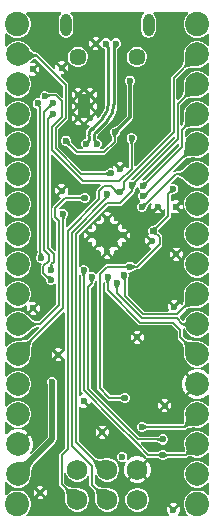
<source format=gbl>
G04*
G04 #@! TF.GenerationSoftware,Altium Limited,Altium Designer,21.5.1 (32)*
G04*
G04 Layer_Physical_Order=2*
G04 Layer_Color=16711680*
%FSLAX44Y44*%
%MOMM*%
G71*
G04*
G04 #@! TF.SameCoordinates,C2353FAA-8F2D-43E4-B4A7-D176906AD12A*
G04*
G04*
G04 #@! TF.FilePolarity,Positive*
G04*
G01*
G75*
%ADD12C,0.2000*%
%ADD73C,0.3000*%
%ADD74C,0.5000*%
%ADD76C,0.2610*%
%ADD84O,0.9500X1.9000*%
%ADD85C,1.4500*%
%ADD86C,1.7500*%
%ADD87C,2.0000*%
%ADD88C,0.6000*%
%ADD89C,2.0600*%
%ADD90R,1.0000X2.0000*%
G04:AMPARAMS|DCode=91|XSize=1.9799mm|YSize=1.9799mm|CornerRadius=0mm|HoleSize=0mm|Usage=FLASHONLY|Rotation=45.000|XOffset=0mm|YOffset=0mm|HoleType=Round|Shape=Rectangle|*
%AMROTATEDRECTD91*
4,1,4,0.0000,-1.4000,-1.4000,0.0000,0.0000,1.4000,1.4000,0.0000,0.0000,-1.4000,0.0*
%
%ADD91ROTATEDRECTD91*%

G36*
X157578Y427940D02*
X155842Y426204D01*
X154319Y423566D01*
X153530Y420623D01*
Y417577D01*
X154319Y414634D01*
X155842Y411996D01*
X157996Y409842D01*
X160634Y408318D01*
X163577Y407530D01*
X166623D01*
X169566Y408318D01*
X172204Y409842D01*
X173940Y411578D01*
X175210Y411052D01*
Y401050D01*
X173940Y400798D01*
X172020Y402718D01*
X169450Y404202D01*
X166584Y404970D01*
X163616D01*
X160750Y404202D01*
X158180Y402718D01*
X156082Y400620D01*
X154598Y398050D01*
X153830Y395184D01*
Y393853D01*
X153726Y393604D01*
Y393600D01*
X153726Y393600D01*
X153726Y393600D01*
X153721Y392007D01*
X153675Y390574D01*
X153458Y388060D01*
X153295Y387040D01*
X153096Y386150D01*
X152869Y385409D01*
X152623Y384822D01*
X152374Y384392D01*
X152053Y384002D01*
X152020Y383893D01*
X143363Y375237D01*
X142862Y374486D01*
X142685Y373600D01*
Y328459D01*
X112988Y298761D01*
X111814Y299247D01*
Y317689D01*
X111874Y317817D01*
X111882Y318040D01*
X111902Y318199D01*
X111933Y318350D01*
X111977Y318496D01*
X112033Y318641D01*
X112104Y318784D01*
X112191Y318929D01*
X112295Y319075D01*
X112419Y319224D01*
X112594Y319408D01*
X112687Y319649D01*
X113120Y320081D01*
X113770Y321651D01*
Y323349D01*
X113120Y324919D01*
X111919Y326120D01*
X110349Y326770D01*
X108651D01*
X107081Y326120D01*
X105880Y324919D01*
X105230Y323349D01*
Y321651D01*
X105880Y320081D01*
X106313Y319649D01*
X106406Y319408D01*
X106581Y319224D01*
X106705Y319075D01*
X106809Y318928D01*
X106896Y318784D01*
X106967Y318641D01*
X107023Y318496D01*
X107067Y318350D01*
X107098Y318198D01*
X107118Y318040D01*
X107126Y317817D01*
X107185Y317689D01*
Y297843D01*
X106271Y297106D01*
X105153Y297588D01*
Y298007D01*
X104379Y299875D01*
X100511Y296007D01*
X99613Y296905D01*
X98715Y296007D01*
X94847Y299875D01*
X94073Y298007D01*
Y297553D01*
X93017Y296847D01*
X92599Y297020D01*
X90901D01*
X89331Y296370D01*
X88659Y295697D01*
X88415Y295580D01*
X88253Y295399D01*
X88127Y295278D01*
X88003Y295178D01*
X87880Y295096D01*
X87758Y295029D01*
X87632Y294975D01*
X87502Y294933D01*
X87362Y294902D01*
X87211Y294883D01*
X86988Y294874D01*
X86957Y294859D01*
X86924Y294869D01*
X86819Y294814D01*
X67615D01*
X47526Y314903D01*
Y330003D01*
X55387Y337863D01*
X55888Y338614D01*
X56065Y339500D01*
Y367750D01*
X55888Y368636D01*
X55387Y369387D01*
X49320Y375453D01*
X49859Y376710D01*
X51556D01*
X53424Y377484D01*
X49556Y381352D01*
X45688Y385220D01*
X44914Y383352D01*
Y381655D01*
X43657Y381116D01*
X30399Y394374D01*
X29648Y394876D01*
X29125Y394980D01*
X28879Y395107D01*
X28316Y395156D01*
X27830Y395277D01*
X27296Y395496D01*
X26714Y395822D01*
X26088Y396263D01*
X25424Y396824D01*
X24741Y397494D01*
X23241Y399250D01*
X22462Y400303D01*
X22429Y400323D01*
X22418Y400359D01*
X22347Y400397D01*
X22218Y400620D01*
X20120Y402718D01*
X17550Y404202D01*
X14684Y404970D01*
X11716D01*
X8850Y404202D01*
X6280Y402718D01*
X4182Y400620D01*
X3860Y400062D01*
X2590Y400403D01*
Y411052D01*
X3860Y411578D01*
X5596Y409842D01*
X8234Y408318D01*
X11177Y407530D01*
X14223D01*
X17166Y408318D01*
X19804Y409842D01*
X21958Y411996D01*
X23482Y414634D01*
X24270Y417577D01*
Y420623D01*
X23482Y423566D01*
X21958Y426204D01*
X20222Y427940D01*
X20748Y429210D01*
X49699D01*
X50084Y427940D01*
X49560Y427590D01*
X48229Y425599D01*
X47762Y423250D01*
Y413750D01*
X48229Y411401D01*
X49560Y409410D01*
X51551Y408079D01*
X53900Y407612D01*
X56249Y408079D01*
X58240Y409410D01*
X59571Y411401D01*
X60038Y413750D01*
Y423250D01*
X59571Y425599D01*
X58240Y427590D01*
X57716Y427940D01*
X58102Y429210D01*
X119698D01*
X120084Y427940D01*
X119560Y427590D01*
X118229Y425599D01*
X117762Y423250D01*
Y413750D01*
X118229Y411401D01*
X119560Y409410D01*
X121551Y408079D01*
X123900Y407612D01*
X126249Y408079D01*
X128240Y409410D01*
X129571Y411401D01*
X130038Y413750D01*
Y423250D01*
X129571Y425599D01*
X128240Y427590D01*
X127716Y427940D01*
X128102Y429210D01*
X157052D01*
X157578Y427940D01*
D02*
G37*
G36*
X22164Y398393D02*
X23735Y396554D01*
X24498Y395807D01*
X25246Y395175D01*
X25979Y394657D01*
X26697Y394255D01*
X27401Y393968D01*
X28089Y393795D01*
X28762Y393738D01*
Y391738D01*
X28113Y391685D01*
X27416Y391527D01*
X26670Y391263D01*
X25876Y390893D01*
X25034Y390418D01*
X24144Y389838D01*
X23205Y389151D01*
X21181Y387462D01*
X20097Y386459D01*
X21356Y399485D01*
X22164Y398393D01*
D02*
G37*
G36*
X165000Y383700D02*
X163383Y383696D01*
X159292Y383423D01*
X158182Y383246D01*
X157198Y383026D01*
X156341Y382763D01*
X155610Y382456D01*
X155006Y382107D01*
X154529Y381715D01*
X153115Y383129D01*
X153507Y383606D01*
X153856Y384210D01*
X154163Y384941D01*
X154426Y385798D01*
X154646Y386782D01*
X154823Y387892D01*
X155048Y390493D01*
X155096Y391983D01*
X155100Y393600D01*
X165000Y383700D01*
D02*
G37*
G36*
X51435Y366791D02*
Y357497D01*
X50262Y357011D01*
X46887Y360387D01*
X46136Y360888D01*
X45250Y361064D01*
X40411D01*
X40279Y361124D01*
X40055Y361131D01*
X39871Y361148D01*
X39685Y361176D01*
X39495Y361217D01*
X39301Y361270D01*
X39102Y361337D01*
X38914Y361411D01*
X38463Y361629D01*
X38233Y361761D01*
X38007Y361791D01*
X36849Y362270D01*
X35151D01*
X33581Y361620D01*
X32380Y360419D01*
X31730Y358849D01*
Y357280D01*
X31260Y356740D01*
X30720Y356270D01*
X29151D01*
X27581Y355620D01*
X26380Y354419D01*
X25730Y352849D01*
Y351151D01*
X26380Y349581D01*
X27581Y348380D01*
X29151Y347730D01*
X29685D01*
Y227721D01*
X29862Y226835D01*
X29872Y226820D01*
Y225851D01*
X29813Y225719D01*
X29806Y225494D01*
X29789Y225310D01*
X29761Y225123D01*
X29720Y224932D01*
X29667Y224737D01*
X29601Y224538D01*
X29527Y224349D01*
X29310Y223895D01*
X29179Y223665D01*
X29150Y223430D01*
X28682Y222300D01*
Y220602D01*
X29332Y219032D01*
X30533Y217831D01*
X32103Y217181D01*
X32862D01*
X33388Y215911D01*
X33113Y215637D01*
X32612Y214886D01*
X32436Y214000D01*
Y208731D01*
X32612Y207845D01*
X33113Y207094D01*
X36262Y203946D01*
X36313Y203811D01*
X36465Y203648D01*
X36578Y203510D01*
X36681Y203364D01*
X36778Y203207D01*
X36866Y203039D01*
X36947Y202859D01*
X37014Y202684D01*
X37146Y202219D01*
X37196Y201966D01*
X37230Y201916D01*
Y201901D01*
X37880Y200331D01*
X39081Y199130D01*
X40651Y198480D01*
X42349D01*
X43919Y199130D01*
X44455Y199667D01*
X45725Y199141D01*
Y181999D01*
X31141Y167414D01*
X29384D01*
X29283Y167468D01*
X28781Y167517D01*
X28300Y167645D01*
X27711Y167887D01*
X27027Y168249D01*
X26257Y168738D01*
X25432Y169336D01*
X22426Y171966D01*
X21311Y173075D01*
X21061Y173178D01*
X20120Y174118D01*
X17550Y175602D01*
X14684Y176370D01*
X11716D01*
X8850Y175602D01*
X6280Y174118D01*
X4182Y172020D01*
X3860Y171462D01*
X2590Y171803D01*
Y183797D01*
X3860Y184138D01*
X4182Y183580D01*
X6280Y181482D01*
X8850Y179998D01*
X11716Y179230D01*
X14684D01*
X17550Y179998D01*
X19963Y181391D01*
X20417Y181176D01*
X21000Y180576D01*
X20622Y179664D01*
Y177460D01*
X21396Y175592D01*
X25264Y179460D01*
X29132Y183328D01*
X27264Y184102D01*
X25060D01*
X23649Y183517D01*
X22764Y184526D01*
X23702Y186150D01*
X24470Y189016D01*
Y191984D01*
X23702Y194850D01*
X22218Y197420D01*
X20120Y199518D01*
X17550Y201002D01*
X14684Y201770D01*
X11716D01*
X8850Y201002D01*
X6280Y199518D01*
X4182Y197420D01*
X3860Y196862D01*
X2590Y197203D01*
Y209197D01*
X3860Y209538D01*
X4182Y208980D01*
X6280Y206882D01*
X8850Y205398D01*
X11716Y204630D01*
X14684D01*
X17550Y205398D01*
X20120Y206882D01*
X22218Y208980D01*
X23702Y211550D01*
X24470Y214416D01*
Y217384D01*
X23702Y220250D01*
X22218Y222820D01*
X20120Y224918D01*
X17550Y226402D01*
X14684Y227170D01*
X11716D01*
X8850Y226402D01*
X6280Y224918D01*
X4182Y222820D01*
X3860Y222262D01*
X2590Y222603D01*
Y234597D01*
X3860Y234938D01*
X4182Y234380D01*
X6280Y232282D01*
X8850Y230798D01*
X11716Y230030D01*
X14684D01*
X17550Y230798D01*
X20120Y232282D01*
X22218Y234380D01*
X23702Y236950D01*
X24470Y239816D01*
Y242784D01*
X23702Y245650D01*
X22218Y248220D01*
X20120Y250318D01*
X17550Y251802D01*
X14684Y252570D01*
X11716D01*
X8850Y251802D01*
X6280Y250318D01*
X4182Y248220D01*
X3860Y247662D01*
X2590Y248003D01*
Y259997D01*
X3860Y260338D01*
X4182Y259780D01*
X6280Y257682D01*
X8850Y256198D01*
X11716Y255430D01*
X14684D01*
X17550Y256198D01*
X20120Y257682D01*
X22218Y259780D01*
X23702Y262350D01*
X24470Y265216D01*
Y268184D01*
X23702Y271050D01*
X22218Y273620D01*
X20120Y275718D01*
X17550Y277202D01*
X14684Y277970D01*
X11716D01*
X8850Y277202D01*
X6280Y275718D01*
X4182Y273620D01*
X3860Y273062D01*
X2590Y273403D01*
Y285397D01*
X3860Y285738D01*
X4182Y285180D01*
X6280Y283082D01*
X8850Y281598D01*
X11716Y280830D01*
X14684D01*
X17550Y281598D01*
X20120Y283082D01*
X22218Y285180D01*
X23702Y287750D01*
X24470Y290616D01*
Y293584D01*
X23702Y296450D01*
X22218Y299020D01*
X20120Y301118D01*
X17550Y302602D01*
X14684Y303370D01*
X11716D01*
X8850Y302602D01*
X6280Y301118D01*
X4182Y299020D01*
X3860Y298462D01*
X2590Y298803D01*
Y310797D01*
X3860Y311138D01*
X4182Y310580D01*
X6280Y308482D01*
X8850Y306998D01*
X11716Y306230D01*
X14684D01*
X17550Y306998D01*
X20120Y308482D01*
X22218Y310580D01*
X23702Y313150D01*
X24470Y316016D01*
Y318984D01*
X23702Y321850D01*
X22218Y324420D01*
X20120Y326518D01*
X17550Y328002D01*
X14684Y328770D01*
X11716D01*
X8850Y328002D01*
X6280Y326518D01*
X4182Y324420D01*
X3860Y323862D01*
X2590Y324203D01*
Y336197D01*
X3860Y336538D01*
X4182Y335980D01*
X6280Y333882D01*
X8850Y332398D01*
X11716Y331630D01*
X14684D01*
X17550Y332398D01*
X20120Y333882D01*
X22218Y335980D01*
X23702Y338550D01*
X24470Y341416D01*
Y344384D01*
X23702Y347250D01*
X22218Y349820D01*
X20120Y351918D01*
X17550Y353402D01*
X14684Y354170D01*
X11716D01*
X8850Y353402D01*
X6280Y351918D01*
X4182Y349820D01*
X3860Y349262D01*
X2590Y349603D01*
Y361597D01*
X3860Y361938D01*
X4182Y361380D01*
X6280Y359282D01*
X8850Y357798D01*
X11716Y357030D01*
X14684D01*
X17550Y357798D01*
X20120Y359282D01*
X22218Y361380D01*
X23702Y363950D01*
X24470Y366816D01*
Y369784D01*
X23702Y372650D01*
X22346Y374999D01*
X22743Y375684D01*
X23148Y376042D01*
X24552Y375460D01*
X26756D01*
X28624Y376234D01*
X24756Y380102D01*
X25654Y381000D01*
X24756Y381898D01*
X28624Y385766D01*
X26756Y386540D01*
X24552D01*
X23860Y386253D01*
X23195Y387352D01*
X24051Y388068D01*
X24925Y388706D01*
X25748Y389243D01*
X26505Y389670D01*
X27191Y389989D01*
X27799Y390204D01*
X27981Y390245D01*
X51435Y366791D01*
D02*
G37*
G36*
X175210Y386350D02*
Y375650D01*
X173940Y375398D01*
X172020Y377318D01*
X169450Y378802D01*
X166584Y379570D01*
X163616D01*
X160750Y378802D01*
X158180Y377318D01*
X156082Y375220D01*
X154598Y372650D01*
X153830Y369784D01*
Y368453D01*
X153726Y368204D01*
Y368200D01*
X153726Y368200D01*
X153726Y368200D01*
X153721Y366607D01*
X153675Y365174D01*
X153458Y362660D01*
X153295Y361640D01*
X153096Y360750D01*
X152869Y360009D01*
X152623Y359422D01*
X152374Y358992D01*
X152053Y358602D01*
X152020Y358493D01*
X148488Y354961D01*
X147315Y355447D01*
Y372641D01*
X155293Y380620D01*
X155402Y380653D01*
X155792Y380974D01*
X156222Y381223D01*
X156809Y381469D01*
X157550Y381696D01*
X158440Y381895D01*
X159446Y382056D01*
X163431Y382321D01*
X165004Y382326D01*
X165253Y382430D01*
X166584D01*
X169450Y383198D01*
X172020Y384682D01*
X173940Y386602D01*
X175210Y386350D01*
D02*
G37*
G36*
X37821Y360413D02*
X38361Y360151D01*
X38631Y360045D01*
X38900Y359955D01*
X39169Y359881D01*
X39436Y359824D01*
X39704Y359783D01*
X39971Y359758D01*
X40237Y359750D01*
X40790Y357750D01*
X40503Y357738D01*
X40231Y357700D01*
X39975Y357638D01*
X39733Y357550D01*
X39506Y357438D01*
X39295Y357301D01*
X39098Y357139D01*
X38917Y356951D01*
X38751Y356739D01*
X38599Y356502D01*
X37549Y360569D01*
X37821Y360413D01*
D02*
G37*
G36*
X165000Y358301D02*
X163383Y358296D01*
X159292Y358023D01*
X158182Y357846D01*
X157198Y357626D01*
X156341Y357363D01*
X155610Y357056D01*
X155006Y356707D01*
X154529Y356315D01*
X153115Y357729D01*
X153507Y358206D01*
X153856Y358810D01*
X154163Y359541D01*
X154426Y360398D01*
X154646Y361382D01*
X154823Y362492D01*
X155048Y365093D01*
X155096Y366583D01*
X155100Y368200D01*
X165000Y358301D01*
D02*
G37*
G36*
X175210Y360950D02*
Y350250D01*
X173940Y349998D01*
X172020Y351918D01*
X169450Y353402D01*
X166584Y354170D01*
X163616D01*
X160750Y353402D01*
X158180Y351918D01*
X156082Y349820D01*
X154598Y347250D01*
X153830Y344384D01*
Y343053D01*
X153726Y342804D01*
Y342800D01*
X153726Y342800D01*
X153726Y342800D01*
X153721Y341207D01*
X153675Y339774D01*
X153458Y337260D01*
X153295Y336240D01*
X153096Y335350D01*
X152869Y334609D01*
X152623Y334022D01*
X152374Y333592D01*
X152085Y333240D01*
X151954Y333232D01*
X150815Y333596D01*
Y350741D01*
X155293Y355220D01*
X155402Y355253D01*
X155792Y355574D01*
X156222Y355823D01*
X156809Y356069D01*
X157550Y356296D01*
X158440Y356495D01*
X159446Y356656D01*
X163431Y356921D01*
X165004Y356926D01*
X165253Y357030D01*
X166584D01*
X169450Y357798D01*
X172020Y359282D01*
X173940Y361202D01*
X175210Y360950D01*
D02*
G37*
G36*
X42720Y349000D02*
X42417Y348993D01*
X42126Y348966D01*
X41845Y348918D01*
X41575Y348851D01*
X41316Y348763D01*
X41068Y348655D01*
X40831Y348526D01*
X40604Y348378D01*
X40389Y348209D01*
X40184Y348020D01*
X38770Y349434D01*
X38959Y349639D01*
X39128Y349854D01*
X39276Y350081D01*
X39405Y350318D01*
X39513Y350566D01*
X39601Y350825D01*
X39668Y351095D01*
X39716Y351376D01*
X39743Y351667D01*
X39750Y351970D01*
X42720Y349000D01*
D02*
G37*
G36*
Y340000D02*
X42417Y339993D01*
X42126Y339966D01*
X41845Y339918D01*
X41575Y339851D01*
X41316Y339763D01*
X41068Y339655D01*
X40831Y339526D01*
X40604Y339378D01*
X40389Y339209D01*
X40184Y339020D01*
X38770Y340434D01*
X38959Y340639D01*
X39128Y340854D01*
X39276Y341081D01*
X39405Y341318D01*
X39513Y341566D01*
X39601Y341825D01*
X39668Y342095D01*
X39716Y342376D01*
X39743Y342667D01*
X39750Y342970D01*
X42720Y340000D01*
D02*
G37*
G36*
X165000Y332901D02*
X163383Y332896D01*
X159292Y332623D01*
X158182Y332446D01*
X157198Y332226D01*
X156341Y331963D01*
X155610Y331656D01*
X155006Y331307D01*
X154529Y330915D01*
X153115Y332329D01*
X153507Y332806D01*
X153856Y333410D01*
X154163Y334141D01*
X154426Y334998D01*
X154646Y335982D01*
X154823Y337092D01*
X155048Y339693D01*
X155096Y341183D01*
X155100Y342800D01*
X165000Y332901D01*
D02*
G37*
G36*
X175210Y335550D02*
Y324850D01*
X173940Y324598D01*
X172020Y326518D01*
X169450Y328002D01*
X166584Y328770D01*
X163616D01*
X160750Y328002D01*
X158180Y326518D01*
X156082Y324420D01*
X155584Y323559D01*
X154314Y323899D01*
Y328841D01*
X155293Y329820D01*
X155402Y329853D01*
X155792Y330174D01*
X156222Y330423D01*
X156809Y330669D01*
X157550Y330896D01*
X158440Y331095D01*
X159446Y331256D01*
X163431Y331521D01*
X165004Y331526D01*
X165253Y331630D01*
X166584D01*
X169450Y332398D01*
X172020Y333882D01*
X173940Y335802D01*
X175210Y335550D01*
D02*
G37*
G36*
X111391Y320139D02*
X111204Y319913D01*
X111039Y319681D01*
X110896Y319442D01*
X110775Y319197D01*
X110676Y318945D01*
X110599Y318687D01*
X110544Y318421D01*
X110511Y318150D01*
X110500Y317872D01*
X108500D01*
X108489Y318150D01*
X108456Y318421D01*
X108401Y318687D01*
X108324Y318945D01*
X108225Y319197D01*
X108104Y319442D01*
X107961Y319681D01*
X107796Y319913D01*
X107609Y320139D01*
X107400Y320358D01*
X111600D01*
X111391Y320139D01*
D02*
G37*
G36*
X164258Y307535D02*
X162701Y307643D01*
X159940Y307685D01*
X158736Y307619D01*
X157648Y307495D01*
X156678Y307313D01*
X155825Y307073D01*
X155090Y306775D01*
X154472Y306420D01*
X153971Y306007D01*
X152662Y307527D01*
X153028Y307974D01*
X153368Y308558D01*
X153680Y309279D01*
X153966Y310136D01*
X154225Y311129D01*
X154664Y313525D01*
X154843Y314928D01*
X155121Y318143D01*
X164258Y307535D01*
D02*
G37*
G36*
X175210Y310150D02*
Y299450D01*
X173940Y299198D01*
X172020Y301118D01*
X169450Y302602D01*
X166584Y303370D01*
X163616D01*
X160750Y302602D01*
X158180Y301118D01*
X157239Y300178D01*
X156989Y300075D01*
X155857Y298949D01*
X154811Y297968D01*
X152879Y296344D01*
X152043Y295738D01*
X151273Y295249D01*
X150589Y294886D01*
X150000Y294646D01*
X149519Y294517D01*
X149017Y294468D01*
X148916Y294415D01*
X146850D01*
X145964Y294238D01*
X145642Y294023D01*
X144833Y295010D01*
X154736Y304912D01*
X154846Y304946D01*
X155257Y305286D01*
X155693Y305537D01*
X156270Y305770D01*
X156992Y305973D01*
X157853Y306134D01*
X158851Y306248D01*
X159968Y306309D01*
X162644Y306269D01*
X164163Y306164D01*
X164359Y306230D01*
X166584D01*
X169450Y306998D01*
X172020Y308482D01*
X173940Y310402D01*
X175210Y310150D01*
D02*
G37*
G36*
X89790Y290479D02*
X89551Y290673D01*
X89309Y290846D01*
X89062Y291000D01*
X88811Y291132D01*
X88556Y291245D01*
X88298Y291337D01*
X88035Y291408D01*
X87768Y291459D01*
X87498Y291490D01*
X87223Y291500D01*
X87045Y293500D01*
X87327Y293512D01*
X87599Y293547D01*
X87861Y293605D01*
X88115Y293686D01*
X88359Y293791D01*
X88594Y293919D01*
X88819Y294070D01*
X89036Y294245D01*
X89242Y294443D01*
X89440Y294664D01*
X89790Y290479D01*
D02*
G37*
G36*
X146186Y323753D02*
Y322459D01*
X111515Y287788D01*
X111383Y287740D01*
X111219Y287589D01*
X111094Y287490D01*
X110964Y287405D01*
X110830Y287332D01*
X110688Y287270D01*
X110536Y287219D01*
X110373Y287178D01*
X110196Y287148D01*
X110002Y287130D01*
X109748Y287124D01*
X109536Y287216D01*
X109213Y288440D01*
X145012Y324239D01*
X146186Y323753D01*
D02*
G37*
G36*
X149685Y317753D02*
Y315959D01*
X121015Y287288D01*
X120883Y287239D01*
X120719Y287089D01*
X120594Y286990D01*
X120464Y286905D01*
X120330Y286832D01*
X120188Y286770D01*
X120036Y286719D01*
X119873Y286678D01*
X119696Y286648D01*
X119502Y286630D01*
X119248Y286624D01*
X118898Y286828D01*
X118666Y288393D01*
X148512Y318239D01*
X149685Y317753D01*
D02*
G37*
G36*
X157959Y285100D02*
X156812Y286240D01*
X153726Y288940D01*
X152816Y289600D01*
X151965Y290140D01*
X151172Y290560D01*
X150439Y290860D01*
X149765Y291040D01*
X149150Y291100D01*
Y293100D01*
X149765Y293160D01*
X150439Y293340D01*
X151172Y293640D01*
X151965Y294060D01*
X152816Y294600D01*
X153726Y295260D01*
X155724Y296940D01*
X156812Y297960D01*
X157959Y299100D01*
Y285100D01*
D02*
G37*
G36*
X113730Y285316D02*
X113541Y285111D01*
X113372Y284896D01*
X113224Y284669D01*
X113095Y284432D01*
X112987Y284184D01*
X112899Y283925D01*
X112832Y283655D01*
X112784Y283374D01*
X112757Y283083D01*
X112750Y282780D01*
X109780Y285750D01*
X110083Y285757D01*
X110374Y285784D01*
X110655Y285832D01*
X110925Y285899D01*
X111184Y285987D01*
X111432Y286095D01*
X111669Y286224D01*
X111896Y286372D01*
X112111Y286541D01*
X112316Y286730D01*
X113730Y285316D01*
D02*
G37*
G36*
X123230Y284816D02*
X123041Y284611D01*
X122872Y284396D01*
X122724Y284169D01*
X122595Y283932D01*
X122487Y283684D01*
X122399Y283425D01*
X122332Y283155D01*
X122284Y282874D01*
X122257Y282583D01*
X122250Y282280D01*
X119280Y285250D01*
X119583Y285257D01*
X119874Y285284D01*
X120155Y285332D01*
X120425Y285399D01*
X120684Y285487D01*
X120932Y285595D01*
X121169Y285724D01*
X121396Y285872D01*
X121611Y286041D01*
X121816Y286230D01*
X123230Y284816D01*
D02*
G37*
G36*
X111641Y280389D02*
X111454Y280163D01*
X111289Y279931D01*
X111146Y279692D01*
X111025Y279447D01*
X110926Y279195D01*
X110849Y278937D01*
X110794Y278671D01*
X110761Y278400D01*
X110750Y278122D01*
X108750D01*
X108739Y278400D01*
X108706Y278671D01*
X108651Y278937D01*
X108574Y279195D01*
X108475Y279447D01*
X108354Y279692D01*
X108211Y279931D01*
X108046Y280163D01*
X107859Y280389D01*
X107650Y280608D01*
X111850D01*
X111641Y280389D01*
D02*
G37*
G36*
X103480Y279316D02*
X103291Y279111D01*
X103122Y278896D01*
X102974Y278669D01*
X102845Y278432D01*
X102737Y278184D01*
X102649Y277925D01*
X102582Y277655D01*
X102534Y277374D01*
X102507Y277083D01*
X102500Y276780D01*
X99530Y279750D01*
X99833Y279757D01*
X100124Y279784D01*
X100405Y279832D01*
X100675Y279899D01*
X100934Y279987D01*
X101182Y280095D01*
X101419Y280224D01*
X101646Y280372D01*
X101861Y280541D01*
X102066Y280730D01*
X103480Y279316D01*
D02*
G37*
G36*
X123232Y275268D02*
X123049Y275073D01*
X122878Y274867D01*
X122718Y274649D01*
X122569Y274419D01*
X122432Y274177D01*
X122306Y273923D01*
X122191Y273657D01*
X121995Y273089D01*
X121914Y272787D01*
X119771Y276399D01*
X120047Y276339D01*
X120315Y276307D01*
X120575Y276304D01*
X120829Y276328D01*
X121076Y276381D01*
X121316Y276462D01*
X121549Y276571D01*
X121774Y276709D01*
X121993Y276875D01*
X122204Y277068D01*
X123232Y275268D01*
D02*
G37*
G36*
X144750Y276654D02*
X144447Y276647D01*
X144156Y276620D01*
X143875Y276572D01*
X143605Y276505D01*
X143346Y276417D01*
X143098Y276309D01*
X142861Y276180D01*
X142634Y276032D01*
X142419Y275863D01*
X142214Y275674D01*
X140800Y277088D01*
X140989Y277293D01*
X141158Y277508D01*
X141306Y277735D01*
X141435Y277972D01*
X141543Y278220D01*
X141631Y278479D01*
X141698Y278749D01*
X141746Y279030D01*
X141773Y279321D01*
X141780Y279624D01*
X144750Y276654D01*
D02*
G37*
G36*
X95852Y279329D02*
X96069Y279164D01*
X96282Y279035D01*
X96494Y278943D01*
X96702Y278887D01*
X96909Y278868D01*
X97112Y278885D01*
X97313Y278939D01*
X97512Y279029D01*
X97708Y279156D01*
X96920Y275220D01*
X96845Y275332D01*
X96734Y275476D01*
X96404Y275861D01*
X94954Y277380D01*
X94556Y277780D01*
X95634Y279531D01*
X95852Y279329D01*
D02*
G37*
G36*
X149017Y289732D02*
X149519Y289683D01*
X150000Y289555D01*
X150589Y289314D01*
X151273Y288951D01*
X152043Y288462D01*
X152868Y287864D01*
X155874Y285234D01*
X156989Y284125D01*
X157239Y284022D01*
X158180Y283082D01*
X160750Y281598D01*
X163616Y280830D01*
X166584D01*
X169450Y281598D01*
X172020Y283082D01*
X173940Y285002D01*
X175210Y284750D01*
Y274050D01*
X173940Y273798D01*
X172020Y275718D01*
X169450Y277202D01*
X166584Y277970D01*
X163616D01*
X160750Y277202D01*
X158180Y275718D01*
X156082Y273620D01*
X154598Y271050D01*
X153830Y268184D01*
Y265627D01*
X152606Y265516D01*
X151832Y267384D01*
X148862Y264414D01*
X151832Y261444D01*
X152606Y263312D01*
Y264877D01*
X153876Y265045D01*
X154598Y262350D01*
X156082Y259780D01*
X158180Y257682D01*
X160750Y256198D01*
X163616Y255430D01*
X166584D01*
X169450Y256198D01*
X172020Y257682D01*
X173940Y259602D01*
X175210Y259350D01*
Y248650D01*
X173940Y248398D01*
X172020Y250318D01*
X169450Y251802D01*
X166584Y252570D01*
X163616D01*
X160750Y251802D01*
X158180Y250318D01*
X156082Y248220D01*
X154598Y245650D01*
X153830Y242784D01*
Y239816D01*
X154598Y236950D01*
X156082Y234380D01*
X158180Y232282D01*
X160750Y230798D01*
X163616Y230030D01*
X166584D01*
X169450Y230798D01*
X172020Y232282D01*
X173940Y234202D01*
X175210Y233950D01*
Y223250D01*
X173940Y222998D01*
X172020Y224918D01*
X169450Y226402D01*
X166584Y227170D01*
X163616D01*
X160750Y226402D01*
X158180Y224918D01*
X156082Y222820D01*
X154598Y220250D01*
X153830Y217384D01*
Y214416D01*
X154598Y211550D01*
X156082Y208980D01*
X158180Y206882D01*
X160750Y205398D01*
X163616Y204630D01*
X166584D01*
X169450Y205398D01*
X172020Y206882D01*
X173940Y208802D01*
X175210Y208550D01*
Y197850D01*
X173940Y197598D01*
X172020Y199518D01*
X169450Y201002D01*
X166584Y201770D01*
X163616D01*
X160750Y201002D01*
X158180Y199518D01*
X156082Y197420D01*
X154598Y194850D01*
X153830Y191984D01*
Y190653D01*
X153726Y190404D01*
Y190400D01*
X153726Y190400D01*
X153726Y190400D01*
X153721Y188807D01*
X153675Y187374D01*
X153458Y184860D01*
X153295Y183840D01*
X153096Y182950D01*
X152869Y182209D01*
X152623Y181622D01*
X152509Y181427D01*
X151733Y181444D01*
X151132Y181681D01*
X150562Y183056D01*
X146694Y179188D01*
X145796Y180086D01*
X144898Y179188D01*
X141030Y183056D01*
X140256Y181188D01*
Y178984D01*
X141043Y177085D01*
X140573Y175814D01*
X120459D01*
X106080Y190193D01*
Y202100D01*
X106139Y202232D01*
X106146Y202457D01*
X106163Y202641D01*
X106191Y202828D01*
X106232Y203019D01*
X106285Y203214D01*
X106351Y203413D01*
X106425Y203602D01*
X106642Y204056D01*
X106773Y204286D01*
X106802Y204521D01*
X107270Y205651D01*
Y207349D01*
X106865Y208327D01*
X107047Y208720D01*
X107718Y209480D01*
X109099D01*
X110669Y210130D01*
X111101Y210563D01*
X111342Y210656D01*
X111526Y210831D01*
X111675Y210955D01*
X111822Y211059D01*
X111966Y211146D01*
X112109Y211217D01*
X112254Y211273D01*
X112400Y211317D01*
X112552Y211348D01*
X112710Y211368D01*
X112933Y211376D01*
X113061Y211436D01*
X114033D01*
X114919Y211612D01*
X115669Y212113D01*
X134923Y231367D01*
X135424Y232117D01*
X135601Y233003D01*
Y238645D01*
X135424Y239530D01*
X134923Y240281D01*
X132759Y242445D01*
X132710Y242577D01*
X132559Y242741D01*
X132460Y242867D01*
X132375Y242996D01*
X132303Y243130D01*
X132241Y243272D01*
X132189Y243424D01*
X132149Y243587D01*
X132119Y243764D01*
X132100Y243958D01*
X132095Y244210D01*
X132100Y244462D01*
X132119Y244656D01*
X132149Y244833D01*
X132190Y244996D01*
X132241Y245148D01*
X132303Y245290D01*
X132375Y245424D01*
X132460Y245553D01*
X132559Y245679D01*
X132710Y245843D01*
X132759Y245975D01*
X142099Y255315D01*
X142600Y256066D01*
X142776Y256952D01*
Y259209D01*
X144046Y259668D01*
X145964Y258874D01*
X148168D01*
X150036Y259648D01*
X146168Y263516D01*
X147066Y264414D01*
X146168Y265312D01*
X150036Y269180D01*
X148168Y269954D01*
X145964D01*
X144046Y269160D01*
X142776Y269619D01*
Y274377D01*
X143015Y274616D01*
X143147Y274664D01*
X143311Y274815D01*
X143436Y274914D01*
X143566Y274999D01*
X143700Y275072D01*
X143842Y275134D01*
X143994Y275185D01*
X144157Y275226D01*
X144334Y275256D01*
X144528Y275274D01*
X144782Y275280D01*
X145018Y275384D01*
X145629D01*
X147199Y276034D01*
X148400Y277235D01*
X149050Y278805D01*
Y280503D01*
X148400Y282073D01*
X147199Y283274D01*
X145629Y283924D01*
X143931D01*
X143611Y283791D01*
X142891Y284868D01*
X147809Y289785D01*
X148916D01*
X149017Y289732D01*
D02*
G37*
G36*
X90281Y272670D02*
X90168Y272595D01*
X90023Y272484D01*
X89639Y272154D01*
X88120Y270704D01*
X87720Y270306D01*
X85969Y271384D01*
X86171Y271602D01*
X86336Y271819D01*
X86465Y272032D01*
X86557Y272244D01*
X86613Y272452D01*
X86632Y272659D01*
X86615Y272862D01*
X86561Y273063D01*
X86471Y273262D01*
X86344Y273458D01*
X90281Y272670D01*
D02*
G37*
G36*
X67858Y269900D02*
X67639Y270109D01*
X67413Y270296D01*
X67181Y270461D01*
X66942Y270604D01*
X66697Y270725D01*
X66445Y270824D01*
X66187Y270901D01*
X65922Y270956D01*
X65650Y270989D01*
X65372Y271000D01*
Y273000D01*
X65650Y273011D01*
X65922Y273044D01*
X66187Y273099D01*
X66445Y273176D01*
X66697Y273275D01*
X66942Y273396D01*
X67181Y273539D01*
X67413Y273704D01*
X67639Y273891D01*
X67858Y274100D01*
Y269900D01*
D02*
G37*
G36*
X66637Y284621D02*
X67388Y284120D01*
X68274Y283944D01*
X82874D01*
X83400Y282673D01*
X80363Y279637D01*
X79862Y278886D01*
X79686Y278000D01*
Y271709D01*
X55238Y247261D01*
X54064Y247747D01*
Y253963D01*
X54124Y254093D01*
X54132Y254317D01*
X54150Y254490D01*
X54181Y254662D01*
X54224Y254835D01*
X54281Y255010D01*
X54352Y255187D01*
X54438Y255368D01*
X54541Y255553D01*
X54660Y255741D01*
X54819Y255963D01*
X54843Y256069D01*
X54928Y256153D01*
X55578Y257723D01*
Y259421D01*
X54928Y260991D01*
X53727Y262192D01*
X52157Y262842D01*
X50459D01*
X49193Y262318D01*
X48140Y262662D01*
X47786Y262885D01*
X47723Y263200D01*
X54209Y269685D01*
X65189D01*
X65317Y269626D01*
X65540Y269618D01*
X65698Y269598D01*
X65850Y269567D01*
X65996Y269523D01*
X66141Y269467D01*
X66284Y269396D01*
X66429Y269309D01*
X66575Y269205D01*
X66724Y269081D01*
X66908Y268906D01*
X67149Y268813D01*
X67581Y268380D01*
X69151Y267730D01*
X70849D01*
X72419Y268380D01*
X73620Y269581D01*
X74270Y271151D01*
Y272849D01*
X73620Y274419D01*
X72419Y275620D01*
X70849Y276270D01*
X69151D01*
X67581Y275620D01*
X67149Y275187D01*
X66908Y275094D01*
X66724Y274919D01*
X66575Y274795D01*
X66428Y274691D01*
X66284Y274604D01*
X66141Y274533D01*
X65996Y274477D01*
X65850Y274433D01*
X65698Y274402D01*
X65540Y274382D01*
X65317Y274374D01*
X65189Y274314D01*
X55971D01*
X55234Y275585D01*
X55832Y277028D01*
Y279232D01*
X55058Y281100D01*
X51190Y277232D01*
X47322Y273364D01*
X48894Y272713D01*
X49394Y271417D01*
X43067Y265091D01*
X42566Y264340D01*
X42389Y263454D01*
Y255524D01*
X42566Y254638D01*
X43067Y253888D01*
X45725Y251229D01*
Y227822D01*
X44455Y227296D01*
X40986Y230765D01*
Y308613D01*
X42160Y309099D01*
X66637Y284621D01*
D02*
G37*
G36*
X122474Y266310D02*
X122291Y266115D01*
X122120Y265909D01*
X121961Y265690D01*
X121813Y265459D01*
X121677Y265216D01*
X121553Y264961D01*
X121440Y264695D01*
X121250Y264125D01*
X121172Y263822D01*
X118986Y267408D01*
X119263Y267351D01*
X119533Y267322D01*
X119795Y267321D01*
X120050Y267347D01*
X120298Y267401D01*
X120538Y267484D01*
X120771Y267594D01*
X120997Y267732D01*
X121216Y267897D01*
X121427Y268091D01*
X122474Y266310D01*
D02*
G37*
G36*
X53520Y256510D02*
X53358Y256255D01*
X53216Y255998D01*
X53092Y255740D01*
X52988Y255479D01*
X52902Y255215D01*
X52836Y254950D01*
X52788Y254683D01*
X52759Y254413D01*
X52750Y254141D01*
X50750Y253824D01*
X50738Y254108D01*
X50702Y254380D01*
X50642Y254641D01*
X50557Y254890D01*
X50449Y255127D01*
X50317Y255354D01*
X50160Y255568D01*
X49980Y255772D01*
X49775Y255963D01*
X49547Y256144D01*
X53701Y256762D01*
X53520Y256510D01*
D02*
G37*
G36*
X131700Y246776D02*
X131511Y246571D01*
X131343Y246356D01*
X131194Y246129D01*
X131066Y245892D01*
X130958Y245644D01*
X130870Y245385D01*
X130802Y245115D01*
X130755Y244834D01*
X130727Y244543D01*
X130720Y244240D01*
X127751Y247210D01*
X128053Y247217D01*
X128345Y247244D01*
X128626Y247292D01*
X128896Y247359D01*
X129155Y247447D01*
X129403Y247555D01*
X129640Y247684D01*
X129866Y247832D01*
X130082Y248001D01*
X130286Y248190D01*
X131700Y246776D01*
D02*
G37*
G36*
X130727Y243877D02*
X130755Y243586D01*
X130802Y243305D01*
X130870Y243035D01*
X130958Y242776D01*
X131066Y242528D01*
X131194Y242291D01*
X131343Y242064D01*
X131511Y241849D01*
X131700Y241644D01*
X130286Y240230D01*
X130082Y240419D01*
X129866Y240588D01*
X129640Y240736D01*
X129403Y240865D01*
X129155Y240973D01*
X128896Y241061D01*
X128626Y241128D01*
X128345Y241176D01*
X128053Y241203D01*
X127751Y241210D01*
X130720Y244180D01*
X130727Y243877D01*
D02*
G37*
G36*
X33199Y225955D02*
X33237Y225683D01*
X33299Y225427D01*
X33387Y225186D01*
X33499Y224960D01*
X33636Y224749D01*
X33799Y224553D01*
X33986Y224373D01*
X34199Y224208D01*
X34436Y224058D01*
X30375Y222987D01*
X30529Y223259D01*
X30789Y223801D01*
X30894Y224071D01*
X30984Y224340D01*
X31057Y224609D01*
X31114Y224877D01*
X31154Y225144D01*
X31179Y225411D01*
X31187Y225677D01*
X33187Y226242D01*
X33199Y225955D01*
D02*
G37*
G36*
X115084Y281150D02*
X115630Y279831D01*
X116831Y278630D01*
X116870Y278614D01*
Y277239D01*
X116581Y277120D01*
X115380Y275919D01*
X114730Y274349D01*
Y272651D01*
X115380Y271081D01*
X116581Y269880D01*
X116672Y269843D01*
Y268468D01*
X115831Y268120D01*
X114630Y266919D01*
X113980Y265349D01*
Y263651D01*
X114630Y262081D01*
X115831Y260880D01*
X117401Y260230D01*
X119099D01*
X120669Y260880D01*
X121870Y262081D01*
X122383Y263319D01*
X122504Y263481D01*
X122570Y263737D01*
X122727Y264209D01*
X122804Y264392D01*
X122895Y264578D01*
X122992Y264752D01*
X123096Y264914D01*
X123206Y265065D01*
X123323Y265206D01*
X123476Y265369D01*
X123527Y265504D01*
X125448Y267425D01*
X126525Y266705D01*
X126032Y265516D01*
Y263312D01*
X126806Y261444D01*
X130674Y265312D01*
X131572Y264414D01*
X132470Y265312D01*
X136338Y261444D01*
X136877Y262746D01*
X138147Y262493D01*
Y257910D01*
X129486Y249248D01*
X129353Y249200D01*
X129190Y249049D01*
X129064Y248950D01*
X128934Y248865D01*
X128800Y248792D01*
X128658Y248730D01*
X128507Y248679D01*
X128343Y248638D01*
X128166Y248608D01*
X127973Y248590D01*
X127718Y248584D01*
X127483Y248480D01*
X126871D01*
X125302Y247830D01*
X124101Y246629D01*
X123450Y245059D01*
Y243361D01*
X124031Y241959D01*
X124062Y241448D01*
X123878Y240520D01*
X123776Y240478D01*
X127644Y236610D01*
X126746Y235712D01*
X127644Y234814D01*
X123776Y230946D01*
X125461Y230248D01*
X126008Y228999D01*
X113074Y216064D01*
X113061D01*
X112933Y216124D01*
X112710Y216132D01*
X112551Y216152D01*
X112400Y216183D01*
X112254Y216227D01*
X112109Y216283D01*
X111966Y216354D01*
X111821Y216441D01*
X111675Y216545D01*
X111526Y216669D01*
X111342Y216844D01*
X111101Y216937D01*
X110669Y217370D01*
X109099Y218020D01*
X107401D01*
X105831Y217370D01*
X105399Y216938D01*
X105158Y216844D01*
X104974Y216669D01*
X104825Y216545D01*
X104678Y216441D01*
X104534Y216354D01*
X104391Y216283D01*
X104247Y216227D01*
X104100Y216183D01*
X103948Y216152D01*
X103790Y216132D01*
X103567Y216124D01*
X103439Y216064D01*
X88750D01*
X87864Y215888D01*
X87113Y215387D01*
X81073Y209347D01*
X80572Y208596D01*
X80515Y208309D01*
X79153Y207975D01*
X78344Y208785D01*
X76774Y209435D01*
X75076D01*
X74087Y209025D01*
X73104Y209971D01*
Y211669D01*
X72454Y213239D01*
X71253Y214440D01*
X69683Y215090D01*
X67985D01*
X66415Y214440D01*
X65834Y213859D01*
X64564Y214385D01*
Y240541D01*
X89459Y265436D01*
X100000D01*
X100886Y265612D01*
X101637Y266113D01*
X111387Y275863D01*
X111888Y276614D01*
X112065Y277500D01*
Y277939D01*
X112124Y278067D01*
X112132Y278290D01*
X112152Y278448D01*
X112183Y278600D01*
X112227Y278746D01*
X112283Y278891D01*
X112354Y279034D01*
X112441Y279179D01*
X112545Y279325D01*
X112669Y279474D01*
X112844Y279658D01*
X112937Y279899D01*
X113370Y280331D01*
X113761Y281276D01*
X114172Y281318D01*
X115084Y281150D01*
D02*
G37*
G36*
X42506Y215458D02*
X42559Y214950D01*
X42604Y214727D01*
X42663Y214525D01*
X42735Y214345D01*
X42819Y214185D01*
X42917Y214046D01*
X43028Y213929D01*
X43152Y213832D01*
X39848D01*
X39972Y213929D01*
X40083Y214046D01*
X40181Y214185D01*
X40265Y214345D01*
X40337Y214525D01*
X40396Y214727D01*
X40441Y214950D01*
X40474Y215193D01*
X40493Y215458D01*
X40500Y215744D01*
X42500D01*
X42506Y215458D01*
D02*
G37*
G36*
X110611Y215641D02*
X110837Y215454D01*
X111069Y215289D01*
X111308Y215146D01*
X111553Y215025D01*
X111805Y214926D01*
X112063Y214849D01*
X112329Y214794D01*
X112600Y214761D01*
X112878Y214750D01*
Y212750D01*
X112600Y212739D01*
X112329Y212706D01*
X112063Y212651D01*
X111805Y212574D01*
X111553Y212475D01*
X111308Y212354D01*
X111069Y212211D01*
X110837Y212046D01*
X110611Y211859D01*
X110392Y211650D01*
X108250Y213750D01*
X110392Y215850D01*
X110611Y215641D01*
D02*
G37*
G36*
X108250Y213750D02*
X106108Y211650D01*
X105889Y211859D01*
X105663Y212046D01*
X105431Y212211D01*
X105192Y212354D01*
X104947Y212475D01*
X104695Y212574D01*
X104437Y212651D01*
X104171Y212706D01*
X103900Y212739D01*
X103622Y212750D01*
Y214750D01*
X103900Y214761D01*
X104171Y214794D01*
X104437Y214849D01*
X104695Y214926D01*
X104947Y215025D01*
X105192Y215146D01*
X105431Y215289D01*
X105663Y215454D01*
X105889Y215641D01*
X106108Y215850D01*
X108250Y213750D01*
D02*
G37*
G36*
X70725Y208459D02*
X70538Y208233D01*
X70373Y208001D01*
X70230Y207762D01*
X70109Y207517D01*
X70010Y207265D01*
X69933Y207007D01*
X69878Y206742D01*
X69845Y206470D01*
X69834Y206192D01*
X67834D01*
X67823Y206470D01*
X67790Y206742D01*
X67735Y207007D01*
X67658Y207265D01*
X67559Y207517D01*
X67438Y207762D01*
X67295Y208001D01*
X67130Y208233D01*
X66943Y208459D01*
X66734Y208678D01*
X70934D01*
X70725Y208459D01*
D02*
G37*
G36*
X38663Y206249D02*
X38881Y206083D01*
X39108Y205943D01*
X39343Y205829D01*
X39586Y205741D01*
X39837Y205679D01*
X40097Y205644D01*
X40366Y205635D01*
X40642Y205652D01*
X40927Y205695D01*
X38544Y202236D01*
X38483Y202541D01*
X38320Y203116D01*
X38218Y203386D01*
X38102Y203643D01*
X37972Y203889D01*
X37829Y204122D01*
X37672Y204343D01*
X37501Y204553D01*
X37317Y204750D01*
X38453Y206442D01*
X38663Y206249D01*
D02*
G37*
G36*
X105423Y204692D02*
X105163Y204150D01*
X105058Y203880D01*
X104968Y203611D01*
X104895Y203342D01*
X104838Y203074D01*
X104798Y202807D01*
X104774Y202540D01*
X104765Y202274D01*
X102765Y201709D01*
X102753Y201996D01*
X102715Y202268D01*
X102653Y202524D01*
X102565Y202765D01*
X102453Y202991D01*
X102316Y203202D01*
X102153Y203398D01*
X101966Y203578D01*
X101753Y203743D01*
X101516Y203893D01*
X105577Y204964D01*
X105423Y204692D01*
D02*
G37*
G36*
X77896Y202904D02*
X77679Y202700D01*
X77484Y202487D01*
X77312Y202266D01*
X77163Y202036D01*
X77037Y201798D01*
X76933Y201552D01*
X76853Y201297D01*
X76796Y201033D01*
X76761Y200761D01*
X76750Y200481D01*
X74750Y200605D01*
X74740Y200881D01*
X74708Y201152D01*
X74656Y201418D01*
X74583Y201679D01*
X74488Y201936D01*
X74373Y202188D01*
X74237Y202436D01*
X74080Y202678D01*
X73902Y202916D01*
X73704Y203149D01*
X77896Y202904D01*
D02*
G37*
G36*
X91141Y202389D02*
X90954Y202163D01*
X90789Y201931D01*
X90646Y201692D01*
X90525Y201447D01*
X90426Y201195D01*
X90349Y200937D01*
X90294Y200672D01*
X90261Y200400D01*
X90250Y200122D01*
X88250D01*
X88239Y200400D01*
X88206Y200672D01*
X88151Y200937D01*
X88074Y201195D01*
X87975Y201447D01*
X87854Y201692D01*
X87711Y201931D01*
X87546Y202163D01*
X87359Y202389D01*
X87150Y202608D01*
X91350D01*
X91141Y202389D01*
D02*
G37*
G36*
X98891Y197639D02*
X98704Y197413D01*
X98539Y197181D01*
X98396Y196942D01*
X98275Y196697D01*
X98176Y196445D01*
X98099Y196187D01*
X98044Y195921D01*
X98011Y195650D01*
X98000Y195372D01*
X96000D01*
X95989Y195650D01*
X95956Y195921D01*
X95901Y196187D01*
X95824Y196445D01*
X95725Y196697D01*
X95604Y196942D01*
X95461Y197181D01*
X95296Y197413D01*
X95109Y197639D01*
X94900Y197858D01*
X99100D01*
X98891Y197639D01*
D02*
G37*
G36*
X165000Y180501D02*
X163383Y180496D01*
X159292Y180223D01*
X158182Y180046D01*
X157198Y179826D01*
X156341Y179563D01*
X155610Y179256D01*
X155006Y178907D01*
X154529Y178515D01*
X153115Y179929D01*
X153507Y180406D01*
X153856Y181010D01*
X154163Y181741D01*
X154426Y182598D01*
X154646Y183582D01*
X154823Y184692D01*
X155048Y187293D01*
X155096Y188783D01*
X155100Y190400D01*
X165000Y180501D01*
D02*
G37*
G36*
X175210Y183150D02*
Y172450D01*
X173940Y172198D01*
X172020Y174118D01*
X169450Y175602D01*
X166584Y176370D01*
X163616D01*
X160750Y175602D01*
X158180Y174118D01*
X156082Y172020D01*
X154598Y169450D01*
X154413Y168760D01*
X154288Y168628D01*
X154212Y168427D01*
X153764Y168216D01*
X153324Y168104D01*
X153147Y168099D01*
X152706Y168163D01*
X150118Y170751D01*
X150269Y172396D01*
X155293Y177420D01*
X155402Y177453D01*
X155792Y177774D01*
X156222Y178023D01*
X156809Y178269D01*
X157550Y178496D01*
X158440Y178695D01*
X159446Y178856D01*
X163431Y179121D01*
X165004Y179126D01*
X165253Y179230D01*
X166584D01*
X169450Y179998D01*
X172020Y181482D01*
X173940Y183402D01*
X175210Y183150D01*
D02*
G37*
G36*
X155573Y162062D02*
X155425Y162449D01*
X155242Y162796D01*
X155023Y163102D01*
X154768Y163366D01*
X154479Y163591D01*
X154153Y163774D01*
X153792Y163917D01*
X153396Y164018D01*
X152964Y164080D01*
X152496Y164100D01*
Y166100D01*
X152964Y166120D01*
X153396Y166182D01*
X153792Y166283D01*
X154153Y166426D01*
X154479Y166609D01*
X154768Y166833D01*
X155023Y167098D01*
X155242Y167404D01*
X155425Y167750D01*
X155573Y168138D01*
Y162062D01*
D02*
G37*
G36*
X21488Y170960D02*
X24574Y168260D01*
X25484Y167600D01*
X26335Y167060D01*
X27128Y166640D01*
X27861Y166340D01*
X28535Y166160D01*
X29150Y166100D01*
Y164100D01*
X28535Y164040D01*
X27861Y163860D01*
X27128Y163560D01*
X26335Y163140D01*
X25484Y162600D01*
X24574Y161940D01*
X22576Y160260D01*
X21488Y159240D01*
X20341Y158100D01*
Y172100D01*
X21488Y170960D01*
D02*
G37*
G36*
X31242Y161516D02*
X22728Y153001D01*
X22620Y152969D01*
X22242Y152659D01*
X21816Y152411D01*
X21226Y152160D01*
X20477Y151921D01*
X19575Y151703D01*
X18551Y151517D01*
X14501Y151130D01*
X12895Y151070D01*
X12676Y150970D01*
X11716D01*
X8850Y150202D01*
X6280Y148718D01*
X4182Y146620D01*
X3860Y146062D01*
X2590Y146403D01*
Y158397D01*
X3860Y158738D01*
X4182Y158180D01*
X6280Y156082D01*
X8850Y154598D01*
X11716Y153830D01*
X14684D01*
X17550Y154598D01*
X20120Y156082D01*
X21061Y157022D01*
X21311Y157125D01*
X22443Y158251D01*
X23489Y159232D01*
X25421Y160856D01*
X26257Y161462D01*
X27027Y161951D01*
X27711Y162313D01*
X28300Y162554D01*
X28781Y162683D01*
X29283Y162732D01*
X29384Y162785D01*
X30716D01*
X31242Y161516D01*
D02*
G37*
G36*
X154248Y161678D02*
X154288Y161572D01*
X154413Y161440D01*
X154598Y160750D01*
X156082Y158180D01*
X158180Y156082D01*
X160750Y154598D01*
X163616Y153830D01*
X166584D01*
X169450Y154598D01*
X172020Y156082D01*
X173940Y158002D01*
X175210Y157750D01*
Y147050D01*
X173940Y146798D01*
X172020Y148718D01*
X169450Y150202D01*
X166584Y150970D01*
X165253D01*
X165004Y151074D01*
X165000D01*
X165000Y151074D01*
X165000Y151074D01*
X163407Y151079D01*
X161974Y151125D01*
X159460Y151342D01*
X158440Y151505D01*
X157550Y151704D01*
X156809Y151931D01*
X156222Y152177D01*
X155792Y152426D01*
X155402Y152747D01*
X155293Y152780D01*
X153064Y155009D01*
Y160250D01*
X152957Y160792D01*
X153051Y161036D01*
X153523Y161528D01*
X153954Y161794D01*
X154248Y161678D01*
D02*
G37*
G36*
X24956Y150542D02*
X24553Y150053D01*
X24200Y149441D01*
X23898Y148708D01*
X23646Y147852D01*
X23444Y146874D01*
X23293Y145774D01*
X23191Y144552D01*
X23140Y141742D01*
X23190Y140154D01*
X12946Y149697D01*
X14591Y149758D01*
X18739Y150154D01*
X19859Y150358D01*
X20848Y150596D01*
X21706Y150870D01*
X22432Y151180D01*
X23028Y151525D01*
X23491Y151906D01*
X24956Y150542D01*
D02*
G37*
G36*
X155006Y151293D02*
X155610Y150944D01*
X156341Y150637D01*
X157198Y150374D01*
X158182Y150154D01*
X159292Y149977D01*
X161893Y149752D01*
X163383Y149704D01*
X165000Y149699D01*
X155100Y139800D01*
X155096Y141417D01*
X154823Y145508D01*
X154646Y146618D01*
X154426Y147602D01*
X154163Y148459D01*
X153856Y149190D01*
X153507Y149794D01*
X153115Y150271D01*
X154529Y151685D01*
X155006Y151293D01*
D02*
G37*
G36*
X52936Y175003D02*
Y143067D01*
X52829Y143034D01*
X49046Y139250D01*
X52830Y135466D01*
X52936Y135433D01*
Y60459D01*
X48655Y56179D01*
X48154Y55428D01*
X47977Y54542D01*
Y29668D01*
X48154Y28782D01*
X48655Y28031D01*
X51842Y24845D01*
X51877Y24733D01*
X52166Y24386D01*
X52385Y24017D01*
X52603Y23517D01*
X52806Y22887D01*
X52984Y22129D01*
X53128Y21278D01*
X53371Y17879D01*
X53376Y16542D01*
X53480Y16293D01*
Y15141D01*
X54163Y12592D01*
X55482Y10308D01*
X57348Y8442D01*
X59632Y7123D01*
X62181Y6440D01*
X64819D01*
X67368Y7123D01*
X69652Y8442D01*
X71518Y10308D01*
X72837Y12592D01*
X73520Y15141D01*
Y17779D01*
X72837Y20328D01*
X71518Y22612D01*
X69652Y24478D01*
X67368Y25797D01*
X64819Y26480D01*
X63667D01*
X63418Y26584D01*
X62069Y26589D01*
X59697Y26713D01*
X58711Y26827D01*
X57831Y26976D01*
X57074Y27154D01*
X56443Y27357D01*
X55943Y27575D01*
X55574Y27794D01*
X55227Y28083D01*
X55115Y28118D01*
X52607Y30627D01*
Y38894D01*
X53877Y39061D01*
X54163Y37992D01*
X55482Y35708D01*
X57348Y33842D01*
X59632Y32523D01*
X62181Y31840D01*
X64819D01*
X67368Y32523D01*
X69652Y33842D01*
X71518Y35708D01*
X72415Y37262D01*
X73685Y36922D01*
Y29360D01*
X73862Y28474D01*
X74363Y27723D01*
X77242Y24845D01*
X77277Y24733D01*
X77566Y24386D01*
X77785Y24017D01*
X78003Y23517D01*
X78205Y22887D01*
X78384Y22129D01*
X78528Y21278D01*
X78771Y17879D01*
X78776Y16542D01*
X78880Y16293D01*
Y15141D01*
X79563Y12592D01*
X80882Y10308D01*
X82748Y8442D01*
X85032Y7123D01*
X87581Y6440D01*
X90219D01*
X92768Y7123D01*
X95052Y8442D01*
X96918Y10308D01*
X98237Y12592D01*
X98920Y15141D01*
Y17779D01*
X98237Y20328D01*
X96918Y22612D01*
X95052Y24478D01*
X92768Y25797D01*
X90219Y26480D01*
X89067D01*
X88818Y26584D01*
X87469Y26589D01*
X85097Y26713D01*
X84111Y26827D01*
X83231Y26976D01*
X82474Y27154D01*
X81843Y27357D01*
X81343Y27575D01*
X80974Y27794D01*
X80627Y28083D01*
X80515Y28118D01*
X78314Y30319D01*
Y37745D01*
X79563Y37992D01*
X80882Y35708D01*
X82748Y33842D01*
X85032Y32523D01*
X87581Y31840D01*
X90219D01*
X92768Y32523D01*
X95052Y33842D01*
X96918Y35708D01*
X98237Y37992D01*
X98920Y40541D01*
Y43179D01*
X98237Y45728D01*
X96918Y48012D01*
X95052Y49878D01*
X92768Y51197D01*
X90219Y51880D01*
X87581D01*
X86620Y51622D01*
X86368Y51663D01*
X85197Y51384D01*
X84145Y51187D01*
X83187Y51064D01*
X82326Y51014D01*
X81566Y51031D01*
X80908Y51110D01*
X80354Y51244D01*
X79898Y51421D01*
X79529Y51635D01*
X79137Y51964D01*
X79027Y51998D01*
X78959Y52090D01*
X78928Y52095D01*
X72387Y58637D01*
X64564Y66459D01*
Y94691D01*
X65738Y95177D01*
X65862Y95053D01*
X67898Y94210D01*
X70102D01*
X71970Y94984D01*
X68102Y98852D01*
X69898Y100648D01*
X73766Y96780D01*
X74464Y98465D01*
X75713Y99012D01*
X93760Y80965D01*
X93761Y80965D01*
X112132Y62593D01*
X122006Y52719D01*
X122757Y52218D01*
X123643Y52042D01*
X131079D01*
X131207Y51982D01*
X131430Y51974D01*
X131588Y51954D01*
X131740Y51923D01*
X131887Y51879D01*
X132031Y51823D01*
X132174Y51752D01*
X132319Y51665D01*
X132465Y51561D01*
X132614Y51437D01*
X132798Y51262D01*
X133039Y51169D01*
X133471Y50736D01*
X135041Y50086D01*
X136739D01*
X138309Y50736D01*
X138741Y51169D01*
X138982Y51262D01*
X139166Y51437D01*
X139315Y51561D01*
X139462Y51665D01*
X139606Y51752D01*
X139749Y51823D01*
X139894Y51879D01*
X140040Y51923D01*
X140192Y51954D01*
X140350Y51974D01*
X140573Y51982D01*
X140701Y52042D01*
X155361D01*
X156247Y52218D01*
X156715Y52530D01*
X156987Y52627D01*
X157345Y52948D01*
X157642Y53160D01*
X157934Y53316D01*
X158224Y53424D01*
X158521Y53490D01*
X158836Y53516D01*
X159178Y53498D01*
X159554Y53433D01*
X159966Y53313D01*
X160471Y53111D01*
X160552Y53112D01*
X160750Y52998D01*
X163616Y52230D01*
X166584D01*
X169450Y52998D01*
X172020Y54482D01*
X173940Y56402D01*
X175210Y56150D01*
Y45450D01*
X173940Y45198D01*
X172020Y47118D01*
X169450Y48602D01*
X166584Y49370D01*
X163616D01*
X160750Y48602D01*
X158180Y47118D01*
X156082Y45020D01*
X154598Y42450D01*
X153830Y39584D01*
Y36616D01*
X154598Y33750D01*
X156082Y31180D01*
X158180Y29082D01*
X160750Y27598D01*
X163616Y26830D01*
X166584D01*
X169450Y27598D01*
X172020Y29082D01*
X173940Y31002D01*
X175210Y30750D01*
Y20748D01*
X173940Y20222D01*
X172204Y21958D01*
X169566Y23482D01*
X166623Y24270D01*
X163577D01*
X160634Y23482D01*
X157996Y21958D01*
X155842Y19804D01*
X154319Y17166D01*
X153530Y14223D01*
Y11177D01*
X154319Y8234D01*
X155842Y5596D01*
X157578Y3860D01*
X157052Y2590D01*
X148970D01*
X148444Y3860D01*
X149447Y4862D01*
X150290Y6898D01*
Y9102D01*
X149516Y10970D01*
X145648Y7102D01*
X144750Y8000D01*
X143852Y7102D01*
X139984Y10970D01*
X139210Y9102D01*
Y6898D01*
X140053Y4862D01*
X141055Y3860D01*
X140529Y2590D01*
X20748D01*
X20222Y3860D01*
X21958Y5596D01*
X23482Y8234D01*
X24270Y11177D01*
Y14223D01*
X23482Y17166D01*
X21958Y19804D01*
X19804Y21958D01*
X17166Y23482D01*
X14223Y24270D01*
X11177D01*
X8234Y23482D01*
X5596Y21958D01*
X3860Y20222D01*
X2590Y20748D01*
Y31397D01*
X3860Y31738D01*
X4182Y31180D01*
X6280Y29082D01*
X8850Y27598D01*
X11716Y26830D01*
X14684D01*
X17550Y27598D01*
X20120Y29082D01*
X22218Y31180D01*
X23702Y33750D01*
X24470Y36616D01*
Y38340D01*
X24564Y38581D01*
X24541Y39753D01*
X24579Y40819D01*
X24676Y41810D01*
X24829Y42727D01*
X25038Y43570D01*
X25299Y44341D01*
X25611Y45041D01*
X25972Y45674D01*
X26381Y46245D01*
X26890Y46814D01*
X26913Y46877D01*
X44968Y64932D01*
X44968Y64932D01*
X45801Y66179D01*
X46094Y67650D01*
Y114200D01*
X46520Y115229D01*
Y116927D01*
X45870Y118497D01*
X44669Y119698D01*
X43099Y120348D01*
X41401D01*
X39831Y119698D01*
X38630Y118497D01*
X38239Y117552D01*
X38237Y117549D01*
X38236Y117546D01*
X37980Y116927D01*
Y116258D01*
X37944Y116078D01*
X37980Y115898D01*
Y115229D01*
X38236Y114610D01*
X38237Y114607D01*
X38239Y114604D01*
X38406Y114200D01*
Y69242D01*
X24341Y55177D01*
X23325Y55957D01*
X24885Y58660D01*
X25740Y61849D01*
Y65151D01*
X24885Y68340D01*
X23235Y71200D01*
X22965Y71469D01*
X14098Y62602D01*
X12302Y64398D01*
X21169Y73265D01*
X20900Y73534D01*
X18040Y75185D01*
X14851Y76040D01*
X11549D01*
X8360Y75185D01*
X5500Y73534D01*
X3860Y71894D01*
X2590Y72420D01*
Y82197D01*
X3860Y82538D01*
X4182Y81980D01*
X6280Y79882D01*
X8850Y78398D01*
X11716Y77630D01*
X14684D01*
X17550Y78398D01*
X20120Y79882D01*
X22218Y81980D01*
X23702Y84550D01*
X24470Y87416D01*
Y90384D01*
X23702Y93250D01*
X22218Y95820D01*
X20120Y97918D01*
X17550Y99402D01*
X14684Y100170D01*
X11716D01*
X8850Y99402D01*
X6280Y97918D01*
X4182Y95820D01*
X3860Y95262D01*
X2590Y95603D01*
Y107597D01*
X3860Y107938D01*
X4182Y107380D01*
X6280Y105282D01*
X8850Y103798D01*
X11716Y103030D01*
X14684D01*
X17550Y103798D01*
X20120Y105282D01*
X22218Y107380D01*
X23702Y109950D01*
X24470Y112816D01*
Y115784D01*
X23702Y118650D01*
X22218Y121220D01*
X20120Y123318D01*
X17550Y124802D01*
X14684Y125570D01*
X11716D01*
X8850Y124802D01*
X6280Y123318D01*
X4182Y121220D01*
X3860Y120662D01*
X2590Y121003D01*
Y132997D01*
X3860Y133338D01*
X4182Y132780D01*
X6280Y130682D01*
X8850Y129198D01*
X11716Y128430D01*
X14684D01*
X17550Y129198D01*
X20120Y130682D01*
X22218Y132780D01*
X23702Y135350D01*
X24470Y138216D01*
Y139949D01*
X24564Y140197D01*
X24515Y141751D01*
X24565Y144483D01*
X24660Y145624D01*
X24800Y146642D01*
X24981Y147518D01*
X25196Y148250D01*
X25437Y148833D01*
X25687Y149267D01*
X26017Y149668D01*
X26051Y149777D01*
X51762Y175489D01*
X52936Y175003D01*
D02*
G37*
G36*
X80395Y201801D02*
Y110790D01*
X80572Y109904D01*
X81073Y109153D01*
X89113Y101113D01*
X89864Y100612D01*
X90750Y100435D01*
X99189D01*
X99317Y100376D01*
X99540Y100368D01*
X99698Y100348D01*
X99850Y100317D01*
X99997Y100273D01*
X100141Y100217D01*
X100284Y100146D01*
X100429Y100059D01*
X100575Y99955D01*
X100724Y99831D01*
X100908Y99656D01*
X101149Y99563D01*
X101581Y99130D01*
X103151Y98480D01*
X104849D01*
X106419Y99130D01*
X107620Y100331D01*
X108270Y101901D01*
Y103599D01*
X107620Y105169D01*
X106419Y106370D01*
X104849Y107020D01*
X103151D01*
X101581Y106370D01*
X101149Y105938D01*
X100908Y105844D01*
X100724Y105669D01*
X100575Y105545D01*
X100428Y105441D01*
X100284Y105354D01*
X100141Y105283D01*
X99997Y105227D01*
X99850Y105183D01*
X99698Y105152D01*
X99540Y105132D01*
X99317Y105124D01*
X99189Y105064D01*
X91709D01*
X85024Y111749D01*
Y200241D01*
X86294Y201061D01*
X86723Y200875D01*
X86773Y200746D01*
X86817Y200600D01*
X86848Y200448D01*
X86868Y200290D01*
X86876Y200067D01*
X86936Y199939D01*
Y194000D01*
X87112Y193114D01*
X87613Y192363D01*
X115113Y164863D01*
X115864Y164362D01*
X116750Y164186D01*
X143541D01*
X148435Y159291D01*
Y154050D01*
X148612Y153164D01*
X149113Y152413D01*
X152020Y149507D01*
X152053Y149398D01*
X152374Y149008D01*
X152623Y148578D01*
X152869Y147991D01*
X153096Y147250D01*
X153295Y146360D01*
X153456Y145354D01*
X153721Y141369D01*
X153726Y139796D01*
X153830Y139547D01*
Y138216D01*
X154598Y135350D01*
X156082Y132780D01*
X158180Y130682D01*
X160750Y129198D01*
X163616Y128430D01*
X166584D01*
X169450Y129198D01*
X172020Y130682D01*
X173940Y132602D01*
X175210Y132350D01*
Y123720D01*
X173940Y123194D01*
X172800Y124334D01*
X169940Y125985D01*
X166751Y126840D01*
X163449D01*
X160260Y125985D01*
X157400Y124334D01*
X157131Y124065D01*
X165998Y115198D01*
X165100Y114300D01*
X165998Y113402D01*
X157131Y104535D01*
X157400Y104265D01*
X160260Y102615D01*
X163449Y101760D01*
X166751D01*
X169940Y102615D01*
X172800Y104265D01*
X173940Y105406D01*
X175210Y104880D01*
Y96250D01*
X173940Y95998D01*
X172020Y97918D01*
X169450Y99402D01*
X166584Y100170D01*
X163616D01*
X160750Y99402D01*
X158180Y97918D01*
X156082Y95820D01*
X154598Y93250D01*
X153830Y90384D01*
Y88014D01*
X153777Y87886D01*
X153794Y87844D01*
X153779Y87802D01*
X153933Y85301D01*
X153920Y84250D01*
X153852Y83286D01*
X153731Y82426D01*
X153562Y81672D01*
X153349Y81025D01*
X153100Y80482D01*
X152995Y80315D01*
X123311D01*
X123183Y80374D01*
X122960Y80382D01*
X122802Y80402D01*
X122650Y80433D01*
X122503Y80477D01*
X122359Y80533D01*
X122216Y80604D01*
X122071Y80691D01*
X121925Y80795D01*
X121776Y80919D01*
X121592Y81094D01*
X121351Y81187D01*
X120919Y81620D01*
X119349Y82270D01*
X117651D01*
X116081Y81620D01*
X114880Y80419D01*
X114230Y78849D01*
Y77151D01*
X114880Y75581D01*
X116081Y74380D01*
X117651Y73730D01*
X119349D01*
X120919Y74380D01*
X121351Y74813D01*
X121592Y74906D01*
X121776Y75081D01*
X121925Y75205D01*
X122072Y75309D01*
X122216Y75396D01*
X122359Y75467D01*
X122503Y75523D01*
X122650Y75567D01*
X122802Y75598D01*
X122960Y75618D01*
X123183Y75626D01*
X123311Y75686D01*
X154200D01*
X155086Y75862D01*
X155534Y76161D01*
X155800Y76248D01*
X156238Y76622D01*
X156682Y76901D01*
X157225Y77149D01*
X157872Y77362D01*
X158626Y77531D01*
X159486Y77652D01*
X160432Y77719D01*
X162699Y77686D01*
X163973Y77582D01*
X164030Y77600D01*
X164086Y77577D01*
X164214Y77630D01*
X166584D01*
X169450Y78398D01*
X172020Y79882D01*
X173940Y81802D01*
X175210Y81550D01*
Y70850D01*
X173940Y70598D01*
X172020Y72518D01*
X169450Y74002D01*
X166584Y74770D01*
X163616D01*
X160750Y74002D01*
X158180Y72518D01*
X156082Y70420D01*
X154598Y67850D01*
X153830Y64984D01*
Y62016D01*
X154307Y60235D01*
X154300Y60220D01*
X154342Y60105D01*
X154379Y59967D01*
X154359Y59759D01*
X154522Y59227D01*
X154614Y58786D01*
X154654Y58379D01*
X154649Y58002D01*
X154601Y57652D01*
X154513Y57319D01*
X154381Y56996D01*
X154202Y56677D01*
X154198Y56670D01*
X140701D01*
X140573Y56730D01*
X140350Y56738D01*
X140191Y56758D01*
X140040Y56789D01*
X139894Y56833D01*
X139749Y56889D01*
X139606Y56960D01*
X139461Y57047D01*
X139315Y57151D01*
X139166Y57275D01*
X138982Y57450D01*
X138741Y57543D01*
X138309Y57976D01*
X136739Y58626D01*
X135041D01*
X133471Y57976D01*
X133039Y57543D01*
X132798Y57450D01*
X132614Y57275D01*
X132465Y57151D01*
X132318Y57047D01*
X132174Y56960D01*
X132031Y56889D01*
X131887Y56833D01*
X131740Y56789D01*
X131588Y56758D01*
X131430Y56738D01*
X131207Y56730D01*
X131079Y56670D01*
X124602D01*
X117260Y64012D01*
X117746Y65185D01*
X131189D01*
X131317Y65126D01*
X131540Y65118D01*
X131699Y65098D01*
X131850Y65067D01*
X131996Y65023D01*
X132141Y64967D01*
X132284Y64896D01*
X132429Y64809D01*
X132575Y64705D01*
X132724Y64581D01*
X132908Y64406D01*
X133149Y64313D01*
X133581Y63880D01*
X135151Y63230D01*
X136849D01*
X138419Y63880D01*
X139620Y65081D01*
X140270Y66651D01*
Y68349D01*
X139620Y69919D01*
X138419Y71120D01*
X136849Y71770D01*
X135151D01*
X133581Y71120D01*
X133149Y70687D01*
X132908Y70594D01*
X132724Y70419D01*
X132575Y70295D01*
X132428Y70191D01*
X132284Y70104D01*
X132141Y70033D01*
X131996Y69977D01*
X131850Y69933D01*
X131698Y69902D01*
X131540Y69882D01*
X131317Y69874D01*
X131189Y69815D01*
X116082D01*
X74815Y111082D01*
Y195686D01*
X77387Y198258D01*
X77888Y199009D01*
X78064Y199895D01*
Y200278D01*
X78122Y200396D01*
X78117Y200410D01*
X78123Y200425D01*
X78133Y200647D01*
X78152Y200800D01*
X78183Y200944D01*
X78226Y201079D01*
X78281Y201210D01*
X78349Y201339D01*
X78433Y201468D01*
X78535Y201599D01*
X78657Y201732D01*
X78836Y201901D01*
X78950Y202151D01*
X79125Y202327D01*
X80395Y201801D01*
D02*
G37*
G36*
X66335Y206873D02*
X66357Y206817D01*
X66401Y206670D01*
X66432Y206518D01*
X66452Y206360D01*
X66460Y206137D01*
X66519Y206009D01*
Y109165D01*
X66696Y108279D01*
X67197Y107528D01*
X68263Y106463D01*
X67715Y105214D01*
X65862Y104447D01*
X65738Y104323D01*
X64564Y104809D01*
Y206389D01*
X65834Y207144D01*
X66335Y206873D01*
D02*
G37*
G36*
X101858Y100650D02*
X101639Y100859D01*
X101413Y101046D01*
X101181Y101211D01*
X100942Y101354D01*
X100697Y101475D01*
X100445Y101574D01*
X100187Y101651D01*
X99922Y101706D01*
X99650Y101739D01*
X99372Y101750D01*
Y103750D01*
X99650Y103761D01*
X99922Y103794D01*
X100187Y103849D01*
X100445Y103926D01*
X100697Y104025D01*
X100942Y104146D01*
X101181Y104289D01*
X101413Y104454D01*
X101639Y104641D01*
X101858Y104850D01*
Y100650D01*
D02*
G37*
G36*
X164086Y78952D02*
X162766Y79060D01*
X160394Y79095D01*
X159341Y79020D01*
X158379Y78885D01*
X157506Y78688D01*
X156722Y78431D01*
X156028Y78113D01*
X155423Y77733D01*
X154907Y77293D01*
X153493Y78707D01*
X153933Y79223D01*
X154313Y79828D01*
X154631Y80522D01*
X154888Y81306D01*
X155085Y82179D01*
X155220Y83141D01*
X155295Y84193D01*
X155308Y85335D01*
X155152Y87886D01*
X164086Y78952D01*
D02*
G37*
G36*
X120861Y79891D02*
X121087Y79704D01*
X121319Y79539D01*
X121558Y79396D01*
X121803Y79275D01*
X122055Y79176D01*
X122313Y79099D01*
X122578Y79044D01*
X122850Y79011D01*
X123128Y79000D01*
Y77000D01*
X122850Y76989D01*
X122578Y76956D01*
X122313Y76901D01*
X122055Y76824D01*
X121803Y76725D01*
X121558Y76604D01*
X121319Y76461D01*
X121087Y76296D01*
X120861Y76109D01*
X120642Y75900D01*
Y80100D01*
X120861Y79891D01*
D02*
G37*
G36*
X133858Y65400D02*
X133639Y65609D01*
X133413Y65796D01*
X133181Y65961D01*
X132942Y66104D01*
X132697Y66225D01*
X132445Y66324D01*
X132187Y66401D01*
X131922Y66456D01*
X131650Y66489D01*
X131372Y66500D01*
Y68500D01*
X131650Y68511D01*
X131922Y68544D01*
X132187Y68599D01*
X132445Y68676D01*
X132697Y68775D01*
X132942Y68896D01*
X133181Y69039D01*
X133413Y69204D01*
X133639Y69391D01*
X133858Y69600D01*
Y65400D01*
D02*
G37*
G36*
X160981Y54388D02*
X160415Y54614D01*
X159865Y54774D01*
X159332Y54867D01*
X158815Y54893D01*
X158315Y54853D01*
X157832Y54745D01*
X157366Y54571D01*
X156917Y54331D01*
X156484Y54023D01*
X156068Y53649D01*
X154654Y55063D01*
X155040Y55490D01*
X155362Y55935D01*
X155622Y56398D01*
X155819Y56880D01*
X155952Y57381D01*
X156023Y57900D01*
X156030Y58438D01*
X155974Y58994D01*
X155855Y59569D01*
X155674Y60162D01*
X160981Y54388D01*
D02*
G37*
G36*
X138251Y56247D02*
X138477Y56060D01*
X138709Y55895D01*
X138948Y55752D01*
X139193Y55631D01*
X139445Y55532D01*
X139703Y55455D01*
X139969Y55400D01*
X140240Y55367D01*
X140518Y55356D01*
Y53356D01*
X140240Y53345D01*
X139969Y53312D01*
X139703Y53257D01*
X139445Y53180D01*
X139193Y53081D01*
X138948Y52960D01*
X138709Y52817D01*
X138477Y52652D01*
X138251Y52465D01*
X138032Y52256D01*
Y56456D01*
X138251Y56247D01*
D02*
G37*
G36*
X133748Y52256D02*
X133529Y52465D01*
X133303Y52652D01*
X133071Y52817D01*
X132832Y52960D01*
X132587Y53081D01*
X132335Y53180D01*
X132077Y53257D01*
X131812Y53312D01*
X131540Y53345D01*
X131262Y53356D01*
Y55356D01*
X131540Y55367D01*
X131812Y55400D01*
X132077Y55455D01*
X132335Y55532D01*
X132587Y55631D01*
X132832Y55752D01*
X133071Y55895D01*
X133303Y56060D01*
X133529Y56247D01*
X133748Y56456D01*
Y52256D01*
D02*
G37*
G36*
X78737Y50506D02*
X79299Y50179D01*
X79942Y49929D01*
X80665Y49755D01*
X81468Y49658D01*
X82351Y49638D01*
X83315Y49695D01*
X84359Y49828D01*
X85483Y50038D01*
X86687Y50325D01*
X80392Y39817D01*
X80011Y41361D01*
X78013Y47771D01*
X77728Y48363D01*
X77456Y48819D01*
X77197Y49138D01*
X78254Y50910D01*
X78737Y50506D01*
D02*
G37*
G36*
X25867Y47731D02*
X25307Y47107D01*
X24813Y46417D01*
X24383Y45662D01*
X24018Y44842D01*
X23718Y43957D01*
X23482Y43007D01*
X23312Y41991D01*
X23207Y40911D01*
X23166Y39765D01*
X23190Y38554D01*
X12946Y48097D01*
X14187Y48156D01*
X16458Y48438D01*
X17488Y48661D01*
X18449Y48938D01*
X19339Y49269D01*
X20160Y49655D01*
X20910Y50095D01*
X21591Y50589D01*
X22202Y51137D01*
X25867Y47731D01*
D02*
G37*
G36*
X80179Y26668D02*
X80715Y26349D01*
X81357Y26070D01*
X82105Y25829D01*
X82958Y25628D01*
X83918Y25466D01*
X84983Y25343D01*
X87430Y25215D01*
X88813Y25210D01*
X80150Y16547D01*
X80145Y17930D01*
X79894Y21442D01*
X79732Y22402D01*
X79531Y23255D01*
X79290Y24003D01*
X79011Y24645D01*
X78692Y25181D01*
X78334Y25612D01*
X79748Y27026D01*
X80179Y26668D01*
D02*
G37*
G36*
X54779D02*
X55315Y26349D01*
X55957Y26070D01*
X56705Y25829D01*
X57558Y25628D01*
X58518Y25466D01*
X59583Y25343D01*
X62030Y25215D01*
X63412Y25210D01*
X54750Y16547D01*
X54745Y17930D01*
X54494Y21442D01*
X54332Y22402D01*
X54131Y23255D01*
X53891Y24003D01*
X53611Y24645D01*
X53292Y25181D01*
X52934Y25612D01*
X54348Y27026D01*
X54779Y26668D01*
D02*
G37*
%LPC*%
G36*
X97269Y407020D02*
X95571D01*
X94001Y406370D01*
X92800Y405169D01*
X92785Y405132D01*
X91515D01*
X91500Y405169D01*
X90299Y406370D01*
X88729Y407020D01*
X87031D01*
X85461Y406370D01*
X85221Y406130D01*
X84240Y405944D01*
X81046Y402750D01*
X84240Y399556D01*
X85221Y399370D01*
X85461Y399130D01*
X87031Y398480D01*
X87205D01*
Y351190D01*
X87225Y351089D01*
X86801Y347870D01*
X85520Y344777D01*
X83543Y342202D01*
X83458Y342145D01*
X80963Y339650D01*
X79790Y340136D01*
Y340602D01*
X79016Y342470D01*
X75148Y338602D01*
X71280Y334734D01*
X73148Y333960D01*
X73614D01*
X73678Y333805D01*
X73855Y332608D01*
X73854Y332606D01*
X73104Y331629D01*
X72050Y330255D01*
X70915Y327516D01*
X70528Y324576D01*
X70574D01*
Y322270D01*
X70401D01*
X68831Y321620D01*
X67630Y320419D01*
X66980Y318849D01*
Y317151D01*
X67630Y315581D01*
X68627Y314585D01*
X68407Y313619D01*
X68238Y313314D01*
X63959D01*
X58914Y318359D01*
X58887Y318456D01*
X58834Y318486D01*
X58813Y318543D01*
X58663Y318707D01*
X58572Y318825D01*
X58498Y318943D01*
X58439Y319059D01*
X58393Y319179D01*
X58358Y319305D01*
X58334Y319441D01*
X58322Y319591D01*
X58323Y319758D01*
X58345Y319994D01*
X58270Y320232D01*
Y321349D01*
X57620Y322919D01*
X56419Y324120D01*
X54849Y324770D01*
X53151D01*
X51581Y324120D01*
X50380Y322919D01*
X49730Y321349D01*
Y319651D01*
X50380Y318081D01*
X51581Y316880D01*
X53151Y316230D01*
X53362D01*
X53490Y316156D01*
X53757Y316119D01*
X53970Y316077D01*
X54169Y316025D01*
X54353Y315964D01*
X54525Y315894D01*
X54685Y315815D01*
X54834Y315727D01*
X54975Y315630D01*
X55109Y315523D01*
X55272Y315371D01*
X55406Y315321D01*
X61363Y309363D01*
X62114Y308862D01*
X63000Y308685D01*
X86250D01*
X87136Y308862D01*
X87887Y309363D01*
X96670Y318147D01*
X97172Y318898D01*
X97348Y319784D01*
Y322844D01*
X97363Y322864D01*
X97348Y322973D01*
Y323027D01*
X97407Y323154D01*
X97417Y323376D01*
X97436Y323516D01*
X97464Y323633D01*
X97500Y323734D01*
X97544Y323822D01*
X97596Y323904D01*
X97661Y323984D01*
X97744Y324065D01*
X97849Y324149D01*
X98030Y324268D01*
X98082Y324344D01*
X98169Y324380D01*
X99370Y325581D01*
X100020Y327151D01*
Y327738D01*
X100122Y327948D01*
X100127Y328031D01*
X100130Y328045D01*
X100144Y328090D01*
X100175Y328165D01*
X100229Y328267D01*
X100308Y328392D01*
X100404Y328525D01*
X100717Y328895D01*
X100911Y329095D01*
X100956Y329212D01*
X110148Y338404D01*
X110148Y338404D01*
X110760Y339320D01*
X110975Y340401D01*
Y366692D01*
X111024Y366799D01*
X111046Y367376D01*
X111067Y367571D01*
X111096Y367749D01*
X111130Y367894D01*
X111163Y368004D01*
X111194Y368080D01*
X111215Y368121D01*
X111224Y368133D01*
X111279Y368195D01*
X111355Y368416D01*
X111771Y368831D01*
X112421Y370401D01*
Y372099D01*
X111771Y373669D01*
X110569Y374870D01*
X109000Y375520D01*
X107301D01*
X105732Y374870D01*
X104531Y373669D01*
X103881Y372099D01*
Y370401D01*
X104531Y368831D01*
X104946Y368416D01*
X105023Y368195D01*
X105078Y368133D01*
X105086Y368121D01*
X105107Y368080D01*
X105138Y368004D01*
X105172Y367894D01*
X105205Y367749D01*
X105231Y367588D01*
X105271Y367105D01*
X105276Y366826D01*
X105326Y366712D01*
Y341571D01*
X96976Y333220D01*
X96865Y333179D01*
X96442Y332787D01*
X96289Y332664D01*
X96142Y332558D01*
X96016Y332479D01*
X95915Y332425D01*
X95840Y332394D01*
X95795Y332380D01*
X95781Y332377D01*
X95698Y332372D01*
X95488Y332270D01*
X94901D01*
X93331Y331620D01*
X92130Y330419D01*
X91480Y328849D01*
Y327151D01*
X91985Y325930D01*
X92014Y325724D01*
X92148Y325497D01*
X92370Y325050D01*
X92444Y324865D01*
X92512Y324668D01*
X92566Y324477D01*
X92607Y324288D01*
X92635Y324103D01*
X92653Y323921D01*
X92660Y323697D01*
X92719Y323565D01*
Y320742D01*
X85291Y313314D01*
X82802D01*
X82633Y313619D01*
X82413Y314585D01*
X83410Y315581D01*
X84060Y317151D01*
Y318849D01*
X83410Y320419D01*
X82209Y321620D01*
X80639Y322270D01*
X80465D01*
Y324561D01*
X80453Y324622D01*
X80841Y325557D01*
X80892Y325591D01*
X90480Y335179D01*
X90480Y335179D01*
X90522Y335138D01*
X93338Y338569D01*
X95430Y342484D01*
X96719Y346732D01*
X97154Y351149D01*
X97095D01*
Y398480D01*
X97269D01*
X98839Y399130D01*
X100040Y400331D01*
X100690Y401901D01*
Y403599D01*
X100040Y405169D01*
X98839Y406370D01*
X97269Y407020D01*
D02*
G37*
G36*
X80352Y408290D02*
X78148D01*
X76280Y407516D01*
X79250Y404546D01*
X82220Y407516D01*
X80352Y408290D01*
D02*
G37*
G36*
X74484Y405720D02*
X73710Y403852D01*
Y401648D01*
X74484Y399780D01*
X77454Y402750D01*
X74484Y405720D01*
D02*
G37*
G36*
X79250Y400954D02*
X76280Y397984D01*
X78148Y397210D01*
X80352D01*
X82220Y397984D01*
X79250Y400954D01*
D02*
G37*
G36*
X51556Y387790D02*
X49352D01*
X47484Y387016D01*
X50454Y384046D01*
X53424Y387016D01*
X51556Y387790D01*
D02*
G37*
G36*
X115022Y400020D02*
X112778D01*
X110611Y399439D01*
X108669Y398318D01*
X107082Y396731D01*
X105961Y394789D01*
X105380Y392622D01*
Y390378D01*
X105961Y388211D01*
X107082Y386269D01*
X108669Y384682D01*
X110611Y383561D01*
X112778Y382980D01*
X115022D01*
X117189Y383561D01*
X119131Y384682D01*
X120718Y386269D01*
X121839Y388211D01*
X122420Y390378D01*
Y392622D01*
X121839Y394789D01*
X120718Y396731D01*
X119131Y398318D01*
X117189Y399439D01*
X115022Y400020D01*
D02*
G37*
G36*
X65022D02*
X62778D01*
X60611Y399439D01*
X58669Y398318D01*
X57082Y396731D01*
X55961Y394789D01*
X55380Y392622D01*
Y390378D01*
X55961Y388211D01*
X57082Y386269D01*
X58669Y384682D01*
X60611Y383561D01*
X62778Y382980D01*
X65022D01*
X67189Y383561D01*
X69131Y384682D01*
X70718Y386269D01*
X71839Y388211D01*
X72420Y390378D01*
Y392622D01*
X71839Y394789D01*
X70718Y396731D01*
X69131Y398318D01*
X67189Y399439D01*
X65022Y400020D01*
D02*
G37*
G36*
X55220Y385220D02*
X52250Y382250D01*
X55220Y379280D01*
X55994Y381148D01*
Y383352D01*
X55220Y385220D01*
D02*
G37*
G36*
X75352Y365040D02*
X73148D01*
X71280Y364266D01*
X74250Y361296D01*
X77220Y364266D01*
X75352Y365040D01*
D02*
G37*
G36*
X65352Y365040D02*
X63148D01*
X61280Y364266D01*
X64250Y361296D01*
X67220Y364266D01*
X65352Y365040D01*
D02*
G37*
G36*
X79016Y362470D02*
X76046Y359500D01*
X79016Y356530D01*
X79790Y358398D01*
Y360602D01*
X79016Y362470D01*
D02*
G37*
G36*
X59484Y362470D02*
X58710Y360602D01*
Y358398D01*
X59484Y356530D01*
X62454Y359500D01*
X59484Y362470D01*
D02*
G37*
G36*
X79016Y352470D02*
X76046Y349500D01*
X79016Y346530D01*
X79790Y348398D01*
Y350602D01*
X79016Y352470D01*
D02*
G37*
G36*
X59484Y352470D02*
X58710Y350602D01*
Y348398D01*
X59484Y346530D01*
X62454Y349500D01*
X59484Y352470D01*
D02*
G37*
G36*
X59484Y342470D02*
X58710Y340602D01*
Y338398D01*
X59484Y336530D01*
X62454Y339500D01*
X59484Y342470D01*
D02*
G37*
G36*
X69250Y362704D02*
X65148Y358602D01*
X61046Y354500D01*
X65148Y350398D01*
X64250Y349500D01*
X65148Y348602D01*
X61046Y344500D01*
X65148Y340398D01*
X69250Y336296D01*
X73352Y340398D01*
X77454Y344500D01*
X73352Y348602D01*
X74250Y349500D01*
X73352Y350398D01*
X77454Y354500D01*
X73352Y358602D01*
X69250Y362704D01*
D02*
G37*
G36*
X64250Y337704D02*
X61280Y334734D01*
X63148Y333960D01*
X65352D01*
X67220Y334734D01*
X64250Y337704D01*
D02*
G37*
G36*
X100715Y302445D02*
X98511D01*
X96643Y301671D01*
X99613Y298701D01*
X102583Y301671D01*
X100715Y302445D01*
D02*
G37*
%LPD*%
G36*
X110137Y368979D02*
X110035Y368829D01*
X109945Y368658D01*
X109867Y368464D01*
X109801Y368250D01*
X109747Y368013D01*
X109705Y367755D01*
X109675Y367476D01*
X109651Y366852D01*
X106651D01*
X106645Y367175D01*
X106597Y367755D01*
X106555Y368013D01*
X106501Y368250D01*
X106435Y368464D01*
X106357Y368658D01*
X106267Y368829D01*
X106165Y368979D01*
X106051Y369108D01*
X110251D01*
X110137Y368979D01*
D02*
G37*
G36*
X99921Y330049D02*
X99697Y329817D01*
X99320Y329372D01*
X99167Y329160D01*
X99038Y328955D01*
X98933Y328756D01*
X98852Y328565D01*
X98794Y328380D01*
X98760Y328201D01*
X98750Y328030D01*
X95780Y331000D01*
X95951Y331010D01*
X96130Y331044D01*
X96315Y331102D01*
X96506Y331183D01*
X96705Y331288D01*
X96910Y331417D01*
X97122Y331570D01*
X97341Y331746D01*
X97799Y332171D01*
X99921Y330049D01*
D02*
G37*
G36*
X97278Y325418D02*
X97041Y325263D01*
X96830Y325094D01*
X96643Y324911D01*
X96481Y324712D01*
X96345Y324499D01*
X96233Y324271D01*
X96145Y324029D01*
X96083Y323772D01*
X96046Y323500D01*
X96034Y323214D01*
X94034Y323740D01*
X94025Y324006D01*
X94000Y324273D01*
X93959Y324541D01*
X93900Y324809D01*
X93825Y325077D01*
X93733Y325345D01*
X93625Y325614D01*
X93358Y326152D01*
X93199Y326421D01*
X97278Y325418D01*
D02*
G37*
G36*
X56949Y319824D02*
X56947Y319541D01*
X56969Y319267D01*
X57016Y319003D01*
X57086Y318748D01*
X57181Y318502D01*
X57300Y318265D01*
X57443Y318039D01*
X57610Y317821D01*
X57801Y317613D01*
X56209Y316377D01*
X56009Y316563D01*
X55797Y316733D01*
X55573Y316887D01*
X55338Y317026D01*
X55090Y317148D01*
X54831Y317254D01*
X54560Y317344D01*
X54277Y317418D01*
X53983Y317476D01*
X53676Y317518D01*
X56975Y320117D01*
X56949Y319824D01*
D02*
G37*
%LPC*%
G36*
X30420Y383970D02*
X27450Y381000D01*
X30420Y378030D01*
X31194Y379898D01*
Y382102D01*
X30420Y383970D01*
D02*
G37*
G36*
X30928Y181532D02*
X27958Y178562D01*
X30928Y175592D01*
X31702Y177460D01*
Y179664D01*
X30928Y181532D01*
D02*
G37*
G36*
X26162Y176766D02*
X23192Y173796D01*
X25060Y173022D01*
X27264D01*
X29132Y173796D01*
X26162Y176766D01*
D02*
G37*
G36*
X148352Y230040D02*
X146148D01*
X144280Y229266D01*
X147250Y226296D01*
X150220Y229266D01*
X148352Y230040D01*
D02*
G37*
G36*
X152016Y227470D02*
X149046Y224500D01*
X152016Y221530D01*
X152790Y223398D01*
Y225602D01*
X152016Y227470D01*
D02*
G37*
G36*
X142484D02*
X141710Y225602D01*
Y223398D01*
X142484Y221530D01*
X145454Y224500D01*
X142484Y227470D01*
D02*
G37*
G36*
X147250Y222704D02*
X144280Y219734D01*
X146148Y218960D01*
X148352D01*
X150220Y219734D01*
X147250Y222704D01*
D02*
G37*
G36*
X146898Y185626D02*
X144694D01*
X142826Y184852D01*
X145796Y181882D01*
X148766Y184852D01*
X146898Y185626D01*
D02*
G37*
G36*
X51394Y283670D02*
X49190D01*
X47322Y282896D01*
X50292Y279926D01*
X53262Y282896D01*
X51394Y283670D01*
D02*
G37*
G36*
X45526Y281100D02*
X44752Y279232D01*
Y277028D01*
X45526Y275160D01*
X48496Y278130D01*
X45526Y281100D01*
D02*
G37*
G36*
X131572Y262618D02*
X128602Y259648D01*
X130470Y258874D01*
X132674D01*
X134542Y259648D01*
X131572Y262618D01*
D02*
G37*
G36*
X89852Y259790D02*
X87648D01*
X85780Y259016D01*
X88750Y256046D01*
X91720Y259016D01*
X89852Y259790D01*
D02*
G37*
G36*
X83984Y257220D02*
X83210Y255352D01*
Y253963D01*
X82936Y253064D01*
X82037Y252790D01*
X80648D01*
X78780Y252016D01*
X82648Y248148D01*
X80852Y246352D01*
X76984Y250220D01*
X76210Y248352D01*
Y246963D01*
X75936Y246064D01*
X75037Y245790D01*
X73648D01*
X71780Y245016D01*
X75648Y241148D01*
X74750Y240250D01*
X75648Y239352D01*
X71780Y235484D01*
X73648Y234710D01*
X75037D01*
X75936Y234436D01*
X76210Y233537D01*
Y232148D01*
X76984Y230280D01*
X80852Y234148D01*
X82648Y232352D01*
X78780Y228484D01*
X80648Y227710D01*
X82037D01*
X82936Y227436D01*
X83210Y226537D01*
Y225148D01*
X83984Y223280D01*
X87852Y227148D01*
X88750Y226250D01*
X89648Y227148D01*
X93516Y223280D01*
X94290Y225148D01*
Y226537D01*
X94564Y227436D01*
X95463Y227710D01*
X96852D01*
X98720Y228484D01*
X94852Y232352D01*
X96648Y234148D01*
X100516Y230280D01*
X101290Y232148D01*
Y233537D01*
X101564Y234436D01*
X102463Y234710D01*
X103852D01*
X105720Y235484D01*
X101852Y239352D01*
X102750Y240250D01*
X101852Y241148D01*
X105720Y245016D01*
X103852Y245790D01*
X102463D01*
X101564Y246064D01*
X101290Y246963D01*
Y248352D01*
X100516Y250220D01*
X96648Y246352D01*
X94852Y248148D01*
X98720Y252016D01*
X96852Y252790D01*
X95463D01*
X94564Y253064D01*
X94290Y253963D01*
Y255352D01*
X93516Y257220D01*
X89648Y253352D01*
X88750Y254250D01*
X87852Y253352D01*
X83984Y257220D01*
D02*
G37*
G36*
X69984Y243220D02*
X69210Y241352D01*
Y239148D01*
X69984Y237280D01*
X72954Y240250D01*
X69984Y243220D01*
D02*
G37*
G36*
X107516Y243220D02*
X104546Y240250D01*
X107516Y237280D01*
X108290Y239148D01*
Y241352D01*
X107516Y243220D01*
D02*
G37*
G36*
X121980Y238682D02*
X121206Y236814D01*
Y234610D01*
X121980Y232742D01*
X124950Y235712D01*
X121980Y238682D01*
D02*
G37*
G36*
X88750Y224454D02*
X85780Y221484D01*
X87648Y220710D01*
X89852D01*
X91720Y221484D01*
X88750Y224454D01*
D02*
G37*
G36*
X48352Y144790D02*
X46148D01*
X44280Y144016D01*
X47250Y141046D01*
X50220Y144016D01*
X48352Y144790D01*
D02*
G37*
G36*
X42484Y142220D02*
X41710Y140352D01*
Y138148D01*
X42484Y136280D01*
X45454Y139250D01*
X42484Y142220D01*
D02*
G37*
G36*
X47250Y137454D02*
X44280Y134484D01*
X46148Y133710D01*
X48352D01*
X50220Y134484D01*
X47250Y137454D01*
D02*
G37*
G36*
X85622Y79290D02*
X83418D01*
X81550Y78516D01*
X84520Y75546D01*
X87490Y78516D01*
X85622Y79290D01*
D02*
G37*
G36*
X89286Y76720D02*
X86316Y73750D01*
X89286Y70780D01*
X90060Y72648D01*
Y74852D01*
X89286Y76720D01*
D02*
G37*
G36*
X79754D02*
X78980Y74852D01*
Y72648D01*
X79754Y70780D01*
X82724Y73750D01*
X79754Y76720D01*
D02*
G37*
G36*
X84520Y71954D02*
X81550Y68984D01*
X83418Y68210D01*
X85622D01*
X87490Y68984D01*
X84520Y71954D01*
D02*
G37*
G36*
X102449Y57051D02*
X100751D01*
X99181Y56401D01*
X97980Y55200D01*
X97330Y53630D01*
Y51932D01*
X97980Y50362D01*
X99181Y49161D01*
X100751Y48511D01*
X102449D01*
X104019Y49161D01*
X105020Y48366D01*
X103779Y46218D01*
X103010Y43346D01*
Y40374D01*
X103779Y37502D01*
X105266Y34928D01*
X105419Y34775D01*
X113402Y42758D01*
X121385Y50741D01*
X121232Y50894D01*
X118658Y52381D01*
X115786Y53150D01*
X112814D01*
X109942Y52381D01*
X107368Y50894D01*
X106424Y49950D01*
X105347Y50670D01*
X105870Y51932D01*
Y53630D01*
X105220Y55200D01*
X104019Y56401D01*
X102449Y57051D01*
D02*
G37*
G36*
X123181Y48945D02*
X116096Y41860D01*
X123181Y34775D01*
X123334Y34928D01*
X124821Y37502D01*
X125590Y40374D01*
Y43346D01*
X124821Y46218D01*
X123334Y48792D01*
X123181Y48945D01*
D02*
G37*
G36*
X114300Y40064D02*
X107215Y32979D01*
X107368Y32826D01*
X109942Y31339D01*
X112814Y30570D01*
X115786D01*
X118658Y31339D01*
X121232Y32826D01*
X121385Y32979D01*
X114300Y40064D01*
D02*
G37*
G36*
X33106Y28146D02*
X30902D01*
X29034Y27372D01*
X32004Y24402D01*
X34974Y27372D01*
X33106Y28146D01*
D02*
G37*
G36*
X36770Y25576D02*
X33800Y22606D01*
X36770Y19636D01*
X37544Y21504D01*
Y23708D01*
X36770Y25576D01*
D02*
G37*
G36*
X27238D02*
X26464Y23708D01*
Y21504D01*
X27238Y19636D01*
X30208Y22606D01*
X27238Y25576D01*
D02*
G37*
G36*
X32004Y20810D02*
X29034Y17840D01*
X30902Y17066D01*
X33106D01*
X34974Y17840D01*
X32004Y20810D01*
D02*
G37*
G36*
X145852Y13540D02*
X143648D01*
X141780Y12766D01*
X144750Y9796D01*
X147720Y12766D01*
X145852Y13540D01*
D02*
G37*
G36*
X115619Y26480D02*
X112981D01*
X110432Y25797D01*
X108148Y24478D01*
X106282Y22612D01*
X104963Y20328D01*
X104280Y17779D01*
Y15141D01*
X104963Y12592D01*
X106282Y10308D01*
X108148Y8442D01*
X110432Y7123D01*
X112981Y6440D01*
X115619D01*
X118168Y7123D01*
X120452Y8442D01*
X122318Y10308D01*
X123637Y12592D01*
X124320Y15141D01*
Y17779D01*
X123637Y20328D01*
X122318Y22612D01*
X120452Y24478D01*
X118168Y25797D01*
X115619Y26480D01*
D02*
G37*
G36*
X115352Y159540D02*
X113148D01*
X111280Y158766D01*
X114250Y155796D01*
X117220Y158766D01*
X115352Y159540D01*
D02*
G37*
G36*
X119016Y156970D02*
X116046Y154000D01*
X119016Y151030D01*
X119790Y152898D01*
Y155102D01*
X119016Y156970D01*
D02*
G37*
G36*
X109484D02*
X108710Y155102D01*
Y152898D01*
X109484Y151030D01*
X112454Y154000D01*
X109484Y156970D01*
D02*
G37*
G36*
X114250Y152204D02*
X111280Y149234D01*
X113148Y148460D01*
X115352D01*
X117220Y149234D01*
X114250Y152204D01*
D02*
G37*
G36*
X155335Y122269D02*
X155065Y122000D01*
X153415Y119140D01*
X152560Y115951D01*
Y112649D01*
X153415Y109460D01*
X155065Y106600D01*
X155335Y106331D01*
X163304Y114300D01*
X155335Y122269D01*
D02*
G37*
G36*
X138602Y101806D02*
X136398D01*
X134530Y101032D01*
X137500Y98062D01*
X140470Y101032D01*
X138602Y101806D01*
D02*
G37*
G36*
X142266Y99236D02*
X139296Y96266D01*
X142266Y93296D01*
X143040Y95164D01*
Y97368D01*
X142266Y99236D01*
D02*
G37*
G36*
X132734D02*
X131960Y97368D01*
Y95164D01*
X132734Y93296D01*
X135704Y96266D01*
X132734Y99236D01*
D02*
G37*
G36*
X137500Y94470D02*
X134530Y91500D01*
X136398Y90726D01*
X138602D01*
X140470Y91500D01*
X137500Y94470D01*
D02*
G37*
%LPD*%
D12*
X44704Y255524D02*
Y263454D01*
X53250Y272000D01*
X70766D01*
X34750Y214000D02*
X39624Y218874D01*
Y224028D01*
X35402Y228250D02*
X39624Y224028D01*
X35402Y228250D02*
Y344652D01*
X127720Y244210D02*
X140462Y256952D01*
Y275336D02*
X144780Y279654D01*
X140462Y256952D02*
Y275336D01*
X13662Y392738D02*
X28762D01*
X53750Y367750D01*
X12700Y393700D02*
X13662Y392738D01*
X53750Y339500D02*
Y367750D01*
X32000Y227721D02*
X32187Y227534D01*
Y222216D02*
Y227534D01*
X32000Y227721D02*
Y349042D01*
X32187Y222216D02*
X32952Y221451D01*
X43688Y217932D02*
Y224790D01*
X41500Y215744D02*
X43688Y217932D01*
X38672Y229806D02*
X43688Y224790D01*
X41500Y211328D02*
Y215744D01*
X38672Y229806D02*
Y338922D01*
X48040Y181040D02*
Y252188D01*
X44704Y255524D02*
X48040Y252188D01*
X30000Y351042D02*
X32000Y349042D01*
X30000Y351042D02*
Y351250D01*
X32100Y165100D02*
X48040Y181040D01*
X35402Y344652D02*
X42750Y352000D01*
X38672Y338922D02*
X42750Y343000D01*
X50292Y29668D02*
Y54542D01*
Y29668D02*
X63500Y16460D01*
X50292Y54542D02*
X55250Y59500D01*
X164505Y63500D02*
X165100D01*
X155361Y54356D02*
X164505Y63500D01*
X135890Y54356D02*
X155361D01*
X113769Y64230D02*
X123643Y54356D01*
X135890D01*
X72500Y110123D02*
X115123Y67500D01*
X72500Y110123D02*
Y196645D01*
X95397Y82602D02*
X113769Y64230D01*
X115123Y67500D02*
X136000D01*
X68834Y109165D02*
X95397Y82602D01*
X94507Y286258D02*
X99008D01*
X88993D02*
X89041Y286210D01*
X41942Y312590D02*
X68274Y286258D01*
X99008D02*
X109500Y296750D01*
X68274Y286258D02*
X88993D01*
X89041Y286210D02*
X94459D01*
X94507Y286258D01*
X66656Y292500D02*
X91500D01*
X45212Y313944D02*
Y330962D01*
X50250Y340625D02*
Y353750D01*
X45212Y313944D02*
X66656Y292500D01*
X41942Y312590D02*
Y332317D01*
X50250Y340625D01*
X45212Y330962D02*
X53750Y339500D01*
X72500Y196645D02*
X75750Y199895D01*
X68834Y109165D02*
Y210820D01*
X75750Y199895D02*
Y204990D01*
X75925Y205165D01*
X62250Y65500D02*
X70750Y57000D01*
X55250Y244000D02*
X82000Y270750D01*
X51308Y258572D02*
X51750Y258130D01*
X58750Y62250D02*
X76000Y45000D01*
X62250Y241500D02*
X88500Y267750D01*
X12700Y139700D02*
X51750Y178750D01*
X58750Y242750D02*
X88750Y272750D01*
X62250Y65500D02*
Y241500D01*
X58750Y62250D02*
Y242750D01*
X55250Y59500D02*
Y244000D01*
X51750Y178750D02*
Y258130D01*
X34750Y208731D02*
Y214000D01*
Y208731D02*
X40731Y202750D01*
X41500D01*
X152000Y315000D02*
Y329800D01*
X119250Y282250D02*
X152000Y315000D01*
X148500Y321500D02*
Y351700D01*
X109750Y282750D02*
X148500Y321500D01*
X109750Y277500D02*
Y282750D01*
X109500Y296750D02*
Y322500D01*
X127720Y244210D02*
X133286Y238645D01*
X114033Y213750D02*
X133286Y233003D01*
X88750Y213750D02*
X114033D01*
X133286Y233003D02*
Y238645D01*
X88500Y267750D02*
X100000D01*
X88750Y240250D02*
X88750D01*
X88750D01*
X91500Y292500D02*
X91750Y292750D01*
X82710Y110790D02*
Y207710D01*
Y110790D02*
X90750Y102750D01*
X82710Y207710D02*
X88750Y213750D01*
X90750Y102750D02*
X104000D01*
X97000Y276750D02*
X99500D01*
X150750Y154050D02*
X165100Y139700D01*
X54000Y320000D02*
Y320500D01*
Y320000D02*
X63000Y311000D01*
X86250D01*
X91750Y282000D02*
X97000Y276750D01*
X86000Y282000D02*
X91750D01*
X82000Y278000D02*
X86000Y282000D01*
X82000Y270750D02*
Y278000D01*
X99500Y276750D02*
X103000Y280250D01*
Y285500D01*
X76000Y29360D02*
Y45000D01*
Y29360D02*
X88900Y16460D01*
X36000Y358000D02*
X36750Y358750D01*
X45250D01*
X50250Y353750D01*
X144500Y166500D02*
X150750Y160250D01*
Y154050D02*
Y160250D01*
X116750Y166500D02*
X144500D01*
X89250Y194000D02*
X116750Y166500D01*
X152496Y165100D02*
X165100D01*
X147596Y170000D02*
X152496Y165100D01*
X118250Y170000D02*
X147596D01*
X97000Y191250D02*
X118250Y170000D01*
X89250Y194000D02*
Y204750D01*
X97000Y191250D02*
Y200000D01*
X103765Y189235D02*
X119500Y173500D01*
X148100D02*
X165100Y190500D01*
X119500Y173500D02*
X148100D01*
X103765Y189235D02*
Y205735D01*
X103000Y206500D02*
X103765Y205735D01*
X119250Y264500D02*
X146850Y292100D01*
X118250Y264500D02*
X119250D01*
X146850Y292100D02*
X165100D01*
X103000Y285500D02*
X145000Y327500D01*
Y373600D01*
X165100Y393700D01*
X148500Y351700D02*
X165100Y368300D01*
X152000Y329800D02*
X165100Y342900D01*
X100000Y267750D02*
X109750Y277500D01*
X88750Y272750D02*
Y275250D01*
X164050Y317500D02*
X165100D01*
X119000Y273500D02*
X120050D01*
X164050Y317500D01*
X86250Y311000D02*
X95034Y319784D01*
Y327284D01*
X95750Y328000D01*
X154200Y78000D02*
X165100Y88900D01*
X118500Y78000D02*
X154200D01*
X12700Y165100D02*
X32100D01*
X85890Y41860D02*
X88900D01*
X70750Y57000D02*
X70750D01*
X85890Y41860D01*
D73*
X108151Y340401D02*
Y371250D01*
X95750Y328000D02*
X108151Y340401D01*
D74*
X42250Y67650D02*
Y115616D01*
X41788Y116078D02*
X42250Y115616D01*
X12700Y38100D02*
X42250Y67650D01*
D76*
X88624Y337036D02*
G03*
X94470Y351149I-14114J14114D01*
G01*
X79035Y327447D02*
G03*
X77840Y324561I2886J-2886D01*
G01*
X75743Y330717D02*
G03*
X73200Y324576I6144J-6141D01*
G01*
X75744Y330718D02*
G03*
X75743Y330717I6143J-6143D01*
G01*
X85315Y340289D02*
G03*
X89830Y351190I-10901J10901D01*
G01*
X79035Y327447D02*
X88624Y337036D01*
X77840Y320867D02*
Y324561D01*
X89830Y351190D02*
Y399883D01*
X75743Y330717D02*
X75744Y330718D01*
X73200Y320867D02*
Y324576D01*
X75744Y330718D02*
X85315Y340289D01*
X94470Y351149D02*
Y399883D01*
X87880Y401833D02*
X89830Y399883D01*
X94470Y399883D02*
X96420Y401833D01*
X77840Y320867D02*
X79790Y318917D01*
Y318000D02*
Y318917D01*
X71250D02*
X73200Y320867D01*
X71250Y318000D02*
Y318917D01*
X96420Y401833D02*
Y402750D01*
X87880Y401833D02*
Y402750D01*
D84*
X53900Y418500D02*
D03*
X123900D02*
D03*
D85*
X63900Y391500D02*
D03*
X113900D02*
D03*
D86*
X114300Y16460D02*
D03*
Y41860D02*
D03*
X88900Y16460D02*
D03*
Y41860D02*
D03*
X63500Y16460D02*
D03*
Y41860D02*
D03*
D87*
X165100Y215900D02*
D03*
Y241300D02*
D03*
Y190500D02*
D03*
Y165100D02*
D03*
Y139700D02*
D03*
Y114300D02*
D03*
Y88900D02*
D03*
Y63500D02*
D03*
Y266700D02*
D03*
Y292100D02*
D03*
Y317500D02*
D03*
Y342900D02*
D03*
Y368300D02*
D03*
Y393700D02*
D03*
Y38100D02*
D03*
X13200Y215900D02*
D03*
Y190500D02*
D03*
Y241300D02*
D03*
Y266700D02*
D03*
Y292100D02*
D03*
Y317500D02*
D03*
Y342900D02*
D03*
Y368300D02*
D03*
Y165100D02*
D03*
Y139700D02*
D03*
Y114300D02*
D03*
Y88900D02*
D03*
Y63500D02*
D03*
Y38100D02*
D03*
Y393700D02*
D03*
D88*
X50292Y278130D02*
D03*
X25654Y381000D02*
D03*
X32952Y221451D02*
D03*
X101600Y52781D02*
D03*
X135890Y54356D02*
D03*
X26162Y178562D02*
D03*
X54000Y320500D02*
D03*
X145796Y180086D02*
D03*
X147066Y264414D02*
D03*
X42250Y116078D02*
D03*
X47250Y139250D02*
D03*
X108151Y371250D02*
D03*
X131572Y264414D02*
D03*
X41500Y211328D02*
D03*
X68834Y210820D02*
D03*
X144780Y279654D02*
D03*
X126746Y235712D02*
D03*
X88750Y226250D02*
D03*
X118250Y264500D02*
D03*
X99500Y276750D02*
D03*
X88750Y254250D02*
D03*
X81750Y247250D02*
D03*
X95750Y247250D02*
D03*
X97000Y200000D02*
D03*
X74750Y240250D02*
D03*
X119000Y273500D02*
D03*
X91750Y292750D02*
D03*
X88750Y240250D02*
D03*
X119250Y282250D02*
D03*
X95750Y233250D02*
D03*
X108250Y213750D02*
D03*
X81750Y233250D02*
D03*
X102750Y240250D02*
D03*
X51308Y258572D02*
D03*
X103000Y206500D02*
D03*
X109750Y282750D02*
D03*
X88750Y275250D02*
D03*
X70000Y272000D02*
D03*
X41500Y202750D02*
D03*
X75925Y205165D02*
D03*
X89250Y204750D02*
D03*
X64250Y359500D02*
D03*
X79790Y318000D02*
D03*
X42750Y352000D02*
D03*
X74250Y349500D02*
D03*
X42750Y343000D02*
D03*
X64250Y349500D02*
D03*
X74250Y339500D02*
D03*
X64250Y339500D02*
D03*
X74250Y359500D02*
D03*
X95750Y328000D02*
D03*
X71250Y318000D02*
D03*
X147250Y224500D02*
D03*
X99613Y296905D02*
D03*
X69000Y99750D02*
D03*
X137500Y96266D02*
D03*
X30000Y352000D02*
D03*
X136000Y67500D02*
D03*
X114250Y154000D02*
D03*
X50454Y382250D02*
D03*
X127720Y244210D02*
D03*
X104000Y102750D02*
D03*
X32004Y22606D02*
D03*
X36000Y358000D02*
D03*
X144750Y8000D02*
D03*
X84520Y73750D02*
D03*
X79250Y402750D02*
D03*
X96420D02*
D03*
X87880D02*
D03*
X118500Y78000D02*
D03*
X109500Y322500D02*
D03*
D89*
X165100Y12700D02*
D03*
X12700Y419100D02*
D03*
Y12700D02*
D03*
X165100Y419100D02*
D03*
D90*
X69250Y349500D02*
D03*
D91*
X88750Y240250D02*
D03*
M02*

</source>
